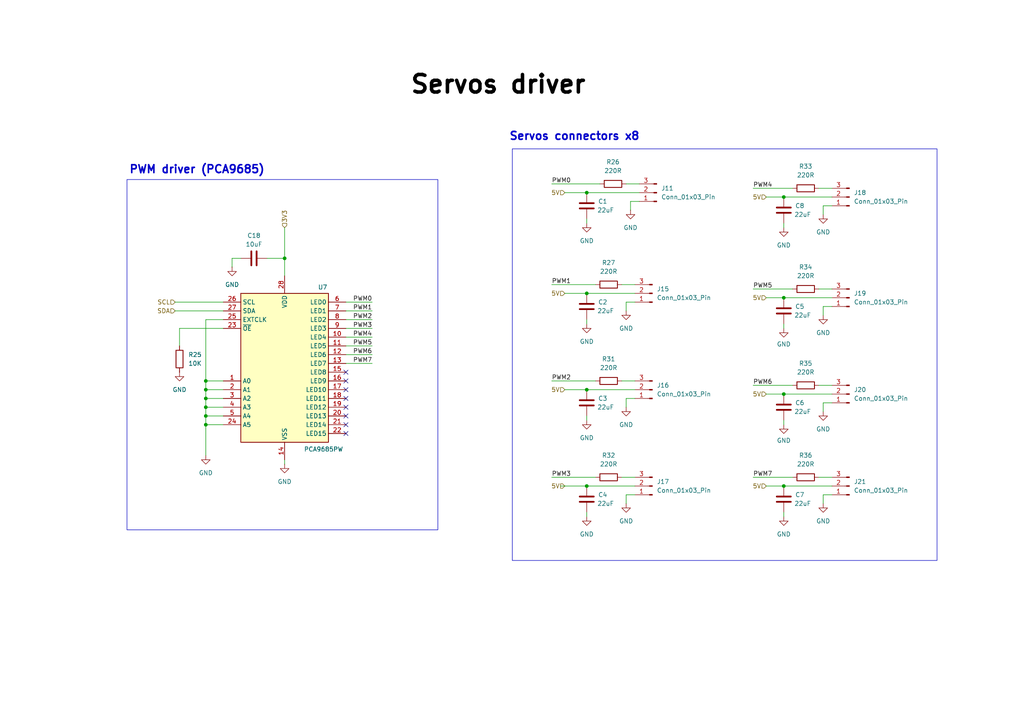
<source format=kicad_sch>
(kicad_sch
	(version 20231120)
	(generator "eeschema")
	(generator_version "8.0")
	(uuid "b7b81b5a-754b-49bb-b8a6-c497da1a856c")
	(paper "A4")
	(lib_symbols
		(symbol "Connector:Conn_01x03_Pin"
			(pin_names
				(offset 1.016) hide)
			(exclude_from_sim no)
			(in_bom yes)
			(on_board yes)
			(property "Reference" "J"
				(at 0 5.08 0)
				(effects
					(font
						(size 1.27 1.27)
					)
				)
			)
			(property "Value" "Conn_01x03_Pin"
				(at 0 -5.08 0)
				(effects
					(font
						(size 1.27 1.27)
					)
				)
			)
			(property "Footprint" ""
				(at 0 0 0)
				(effects
					(font
						(size 1.27 1.27)
					)
					(hide yes)
				)
			)
			(property "Datasheet" "~"
				(at 0 0 0)
				(effects
					(font
						(size 1.27 1.27)
					)
					(hide yes)
				)
			)
			(property "Description" "Generic connector, single row, 01x03, script generated"
				(at 0 0 0)
				(effects
					(font
						(size 1.27 1.27)
					)
					(hide yes)
				)
			)
			(property "ki_locked" ""
				(at 0 0 0)
				(effects
					(font
						(size 1.27 1.27)
					)
				)
			)
			(property "ki_keywords" "connector"
				(at 0 0 0)
				(effects
					(font
						(size 1.27 1.27)
					)
					(hide yes)
				)
			)
			(property "ki_fp_filters" "Connector*:*_1x??_*"
				(at 0 0 0)
				(effects
					(font
						(size 1.27 1.27)
					)
					(hide yes)
				)
			)
			(symbol "Conn_01x03_Pin_1_1"
				(polyline
					(pts
						(xy 1.27 -2.54) (xy 0.8636 -2.54)
					)
					(stroke
						(width 0.1524)
						(type default)
					)
					(fill
						(type none)
					)
				)
				(polyline
					(pts
						(xy 1.27 0) (xy 0.8636 0)
					)
					(stroke
						(width 0.1524)
						(type default)
					)
					(fill
						(type none)
					)
				)
				(polyline
					(pts
						(xy 1.27 2.54) (xy 0.8636 2.54)
					)
					(stroke
						(width 0.1524)
						(type default)
					)
					(fill
						(type none)
					)
				)
				(rectangle
					(start 0.8636 -2.413)
					(end 0 -2.667)
					(stroke
						(width 0.1524)
						(type default)
					)
					(fill
						(type outline)
					)
				)
				(rectangle
					(start 0.8636 0.127)
					(end 0 -0.127)
					(stroke
						(width 0.1524)
						(type default)
					)
					(fill
						(type outline)
					)
				)
				(rectangle
					(start 0.8636 2.667)
					(end 0 2.413)
					(stroke
						(width 0.1524)
						(type default)
					)
					(fill
						(type outline)
					)
				)
				(pin passive line
					(at 5.08 2.54 180)
					(length 3.81)
					(name "Pin_1"
						(effects
							(font
								(size 1.27 1.27)
							)
						)
					)
					(number "1"
						(effects
							(font
								(size 1.27 1.27)
							)
						)
					)
				)
				(pin passive line
					(at 5.08 0 180)
					(length 3.81)
					(name "Pin_2"
						(effects
							(font
								(size 1.27 1.27)
							)
						)
					)
					(number "2"
						(effects
							(font
								(size 1.27 1.27)
							)
						)
					)
				)
				(pin passive line
					(at 5.08 -2.54 180)
					(length 3.81)
					(name "Pin_3"
						(effects
							(font
								(size 1.27 1.27)
							)
						)
					)
					(number "3"
						(effects
							(font
								(size 1.27 1.27)
							)
						)
					)
				)
			)
		)
		(symbol "Device:C"
			(pin_numbers hide)
			(pin_names
				(offset 0.254)
			)
			(exclude_from_sim no)
			(in_bom yes)
			(on_board yes)
			(property "Reference" "C"
				(at 0.635 2.54 0)
				(effects
					(font
						(size 1.27 1.27)
					)
					(justify left)
				)
			)
			(property "Value" "C"
				(at 0.635 -2.54 0)
				(effects
					(font
						(size 1.27 1.27)
					)
					(justify left)
				)
			)
			(property "Footprint" ""
				(at 0.9652 -3.81 0)
				(effects
					(font
						(size 1.27 1.27)
					)
					(hide yes)
				)
			)
			(property "Datasheet" "~"
				(at 0 0 0)
				(effects
					(font
						(size 1.27 1.27)
					)
					(hide yes)
				)
			)
			(property "Description" "Unpolarized capacitor"
				(at 0 0 0)
				(effects
					(font
						(size 1.27 1.27)
					)
					(hide yes)
				)
			)
			(property "ki_keywords" "cap capacitor"
				(at 0 0 0)
				(effects
					(font
						(size 1.27 1.27)
					)
					(hide yes)
				)
			)
			(property "ki_fp_filters" "C_*"
				(at 0 0 0)
				(effects
					(font
						(size 1.27 1.27)
					)
					(hide yes)
				)
			)
			(symbol "C_0_1"
				(polyline
					(pts
						(xy -2.032 -0.762) (xy 2.032 -0.762)
					)
					(stroke
						(width 0.508)
						(type default)
					)
					(fill
						(type none)
					)
				)
				(polyline
					(pts
						(xy -2.032 0.762) (xy 2.032 0.762)
					)
					(stroke
						(width 0.508)
						(type default)
					)
					(fill
						(type none)
					)
				)
			)
			(symbol "C_1_1"
				(pin passive line
					(at 0 3.81 270)
					(length 2.794)
					(name "~"
						(effects
							(font
								(size 1.27 1.27)
							)
						)
					)
					(number "1"
						(effects
							(font
								(size 1.27 1.27)
							)
						)
					)
				)
				(pin passive line
					(at 0 -3.81 90)
					(length 2.794)
					(name "~"
						(effects
							(font
								(size 1.27 1.27)
							)
						)
					)
					(number "2"
						(effects
							(font
								(size 1.27 1.27)
							)
						)
					)
				)
			)
		)
		(symbol "Device:R"
			(pin_numbers hide)
			(pin_names
				(offset 0)
			)
			(exclude_from_sim no)
			(in_bom yes)
			(on_board yes)
			(property "Reference" "R"
				(at 2.032 0 90)
				(effects
					(font
						(size 1.27 1.27)
					)
				)
			)
			(property "Value" "R"
				(at 0 0 90)
				(effects
					(font
						(size 1.27 1.27)
					)
				)
			)
			(property "Footprint" ""
				(at -1.778 0 90)
				(effects
					(font
						(size 1.27 1.27)
					)
					(hide yes)
				)
			)
			(property "Datasheet" "~"
				(at 0 0 0)
				(effects
					(font
						(size 1.27 1.27)
					)
					(hide yes)
				)
			)
			(property "Description" "Resistor"
				(at 0 0 0)
				(effects
					(font
						(size 1.27 1.27)
					)
					(hide yes)
				)
			)
			(property "ki_keywords" "R res resistor"
				(at 0 0 0)
				(effects
					(font
						(size 1.27 1.27)
					)
					(hide yes)
				)
			)
			(property "ki_fp_filters" "R_*"
				(at 0 0 0)
				(effects
					(font
						(size 1.27 1.27)
					)
					(hide yes)
				)
			)
			(symbol "R_0_1"
				(rectangle
					(start -1.016 -2.54)
					(end 1.016 2.54)
					(stroke
						(width 0.254)
						(type default)
					)
					(fill
						(type none)
					)
				)
			)
			(symbol "R_1_1"
				(pin passive line
					(at 0 3.81 270)
					(length 1.27)
					(name "~"
						(effects
							(font
								(size 1.27 1.27)
							)
						)
					)
					(number "1"
						(effects
							(font
								(size 1.27 1.27)
							)
						)
					)
				)
				(pin passive line
					(at 0 -3.81 90)
					(length 1.27)
					(name "~"
						(effects
							(font
								(size 1.27 1.27)
							)
						)
					)
					(number "2"
						(effects
							(font
								(size 1.27 1.27)
							)
						)
					)
				)
			)
		)
		(symbol "Driver_LED:PCA9685PW"
			(exclude_from_sim no)
			(in_bom yes)
			(on_board yes)
			(property "Reference" "U"
				(at -12.7 22.225 0)
				(effects
					(font
						(size 1.27 1.27)
					)
					(justify left)
				)
			)
			(property "Value" "PCA9685PW"
				(at 1.27 22.225 0)
				(effects
					(font
						(size 1.27 1.27)
					)
					(justify left)
				)
			)
			(property "Footprint" "Package_SO:TSSOP-28_4.4x9.7mm_P0.65mm"
				(at 0.635 -24.765 0)
				(effects
					(font
						(size 1.27 1.27)
					)
					(justify left)
					(hide yes)
				)
			)
			(property "Datasheet" "http://www.nxp.com/docs/en/data-sheet/PCA9685.pdf"
				(at -10.16 17.78 0)
				(effects
					(font
						(size 1.27 1.27)
					)
					(hide yes)
				)
			)
			(property "Description" "16-channel 12-bit PWM Fm+ I2C-bus LED controller RGBA TSSOP"
				(at 0 0 0)
				(effects
					(font
						(size 1.27 1.27)
					)
					(hide yes)
				)
			)
			(property "ki_keywords" "PWM LED driver I2C TSSOP"
				(at 0 0 0)
				(effects
					(font
						(size 1.27 1.27)
					)
					(hide yes)
				)
			)
			(property "ki_fp_filters" "TSSOP*4.4x9.7mm*P0.65mm*"
				(at 0 0 0)
				(effects
					(font
						(size 1.27 1.27)
					)
					(hide yes)
				)
			)
			(symbol "PCA9685PW_0_1"
				(rectangle
					(start -12.7 20.32)
					(end 12.7 -22.86)
					(stroke
						(width 0.254)
						(type default)
					)
					(fill
						(type background)
					)
				)
			)
			(symbol "PCA9685PW_1_1"
				(pin input line
					(at -17.78 -5.08 0)
					(length 5.08)
					(name "A0"
						(effects
							(font
								(size 1.27 1.27)
							)
						)
					)
					(number "1"
						(effects
							(font
								(size 1.27 1.27)
							)
						)
					)
				)
				(pin output line
					(at 17.78 7.62 180)
					(length 5.08)
					(name "LED4"
						(effects
							(font
								(size 1.27 1.27)
							)
						)
					)
					(number "10"
						(effects
							(font
								(size 1.27 1.27)
							)
						)
					)
				)
				(pin output line
					(at 17.78 5.08 180)
					(length 5.08)
					(name "LED5"
						(effects
							(font
								(size 1.27 1.27)
							)
						)
					)
					(number "11"
						(effects
							(font
								(size 1.27 1.27)
							)
						)
					)
				)
				(pin output line
					(at 17.78 2.54 180)
					(length 5.08)
					(name "LED6"
						(effects
							(font
								(size 1.27 1.27)
							)
						)
					)
					(number "12"
						(effects
							(font
								(size 1.27 1.27)
							)
						)
					)
				)
				(pin output line
					(at 17.78 0 180)
					(length 5.08)
					(name "LED7"
						(effects
							(font
								(size 1.27 1.27)
							)
						)
					)
					(number "13"
						(effects
							(font
								(size 1.27 1.27)
							)
						)
					)
				)
				(pin power_in line
					(at 0 -27.94 90)
					(length 5.08)
					(name "VSS"
						(effects
							(font
								(size 1.27 1.27)
							)
						)
					)
					(number "14"
						(effects
							(font
								(size 1.27 1.27)
							)
						)
					)
				)
				(pin output line
					(at 17.78 -2.54 180)
					(length 5.08)
					(name "LED8"
						(effects
							(font
								(size 1.27 1.27)
							)
						)
					)
					(number "15"
						(effects
							(font
								(size 1.27 1.27)
							)
						)
					)
				)
				(pin output line
					(at 17.78 -5.08 180)
					(length 5.08)
					(name "LED9"
						(effects
							(font
								(size 1.27 1.27)
							)
						)
					)
					(number "16"
						(effects
							(font
								(size 1.27 1.27)
							)
						)
					)
				)
				(pin output line
					(at 17.78 -7.62 180)
					(length 5.08)
					(name "LED10"
						(effects
							(font
								(size 1.27 1.27)
							)
						)
					)
					(number "17"
						(effects
							(font
								(size 1.27 1.27)
							)
						)
					)
				)
				(pin output line
					(at 17.78 -10.16 180)
					(length 5.08)
					(name "LED11"
						(effects
							(font
								(size 1.27 1.27)
							)
						)
					)
					(number "18"
						(effects
							(font
								(size 1.27 1.27)
							)
						)
					)
				)
				(pin output line
					(at 17.78 -12.7 180)
					(length 5.08)
					(name "LED12"
						(effects
							(font
								(size 1.27 1.27)
							)
						)
					)
					(number "19"
						(effects
							(font
								(size 1.27 1.27)
							)
						)
					)
				)
				(pin input line
					(at -17.78 -7.62 0)
					(length 5.08)
					(name "A1"
						(effects
							(font
								(size 1.27 1.27)
							)
						)
					)
					(number "2"
						(effects
							(font
								(size 1.27 1.27)
							)
						)
					)
				)
				(pin output line
					(at 17.78 -15.24 180)
					(length 5.08)
					(name "LED13"
						(effects
							(font
								(size 1.27 1.27)
							)
						)
					)
					(number "20"
						(effects
							(font
								(size 1.27 1.27)
							)
						)
					)
				)
				(pin output line
					(at 17.78 -17.78 180)
					(length 5.08)
					(name "LED14"
						(effects
							(font
								(size 1.27 1.27)
							)
						)
					)
					(number "21"
						(effects
							(font
								(size 1.27 1.27)
							)
						)
					)
				)
				(pin output line
					(at 17.78 -20.32 180)
					(length 5.08)
					(name "LED15"
						(effects
							(font
								(size 1.27 1.27)
							)
						)
					)
					(number "22"
						(effects
							(font
								(size 1.27 1.27)
							)
						)
					)
				)
				(pin input line
					(at -17.78 10.16 0)
					(length 5.08)
					(name "~{OE}"
						(effects
							(font
								(size 1.27 1.27)
							)
						)
					)
					(number "23"
						(effects
							(font
								(size 1.27 1.27)
							)
						)
					)
				)
				(pin input line
					(at -17.78 -17.78 0)
					(length 5.08)
					(name "A5"
						(effects
							(font
								(size 1.27 1.27)
							)
						)
					)
					(number "24"
						(effects
							(font
								(size 1.27 1.27)
							)
						)
					)
				)
				(pin input line
					(at -17.78 12.7 0)
					(length 5.08)
					(name "EXTCLK"
						(effects
							(font
								(size 1.27 1.27)
							)
						)
					)
					(number "25"
						(effects
							(font
								(size 1.27 1.27)
							)
						)
					)
				)
				(pin input line
					(at -17.78 17.78 0)
					(length 5.08)
					(name "SCL"
						(effects
							(font
								(size 1.27 1.27)
							)
						)
					)
					(number "26"
						(effects
							(font
								(size 1.27 1.27)
							)
						)
					)
				)
				(pin bidirectional line
					(at -17.78 15.24 0)
					(length 5.08)
					(name "SDA"
						(effects
							(font
								(size 1.27 1.27)
							)
						)
					)
					(number "27"
						(effects
							(font
								(size 1.27 1.27)
							)
						)
					)
				)
				(pin power_in line
					(at 0 25.4 270)
					(length 5.08)
					(name "VDD"
						(effects
							(font
								(size 1.27 1.27)
							)
						)
					)
					(number "28"
						(effects
							(font
								(size 1.27 1.27)
							)
						)
					)
				)
				(pin input line
					(at -17.78 -10.16 0)
					(length 5.08)
					(name "A2"
						(effects
							(font
								(size 1.27 1.27)
							)
						)
					)
					(number "3"
						(effects
							(font
								(size 1.27 1.27)
							)
						)
					)
				)
				(pin input line
					(at -17.78 -12.7 0)
					(length 5.08)
					(name "A3"
						(effects
							(font
								(size 1.27 1.27)
							)
						)
					)
					(number "4"
						(effects
							(font
								(size 1.27 1.27)
							)
						)
					)
				)
				(pin input line
					(at -17.78 -15.24 0)
					(length 5.08)
					(name "A4"
						(effects
							(font
								(size 1.27 1.27)
							)
						)
					)
					(number "5"
						(effects
							(font
								(size 1.27 1.27)
							)
						)
					)
				)
				(pin output line
					(at 17.78 17.78 180)
					(length 5.08)
					(name "LED0"
						(effects
							(font
								(size 1.27 1.27)
							)
						)
					)
					(number "6"
						(effects
							(font
								(size 1.27 1.27)
							)
						)
					)
				)
				(pin output line
					(at 17.78 15.24 180)
					(length 5.08)
					(name "LED1"
						(effects
							(font
								(size 1.27 1.27)
							)
						)
					)
					(number "7"
						(effects
							(font
								(size 1.27 1.27)
							)
						)
					)
				)
				(pin output line
					(at 17.78 12.7 180)
					(length 5.08)
					(name "LED2"
						(effects
							(font
								(size 1.27 1.27)
							)
						)
					)
					(number "8"
						(effects
							(font
								(size 1.27 1.27)
							)
						)
					)
				)
				(pin output line
					(at 17.78 10.16 180)
					(length 5.08)
					(name "LED3"
						(effects
							(font
								(size 1.27 1.27)
							)
						)
					)
					(number "9"
						(effects
							(font
								(size 1.27 1.27)
							)
						)
					)
				)
			)
		)
		(symbol "power:GND"
			(power)
			(pin_numbers hide)
			(pin_names
				(offset 0) hide)
			(exclude_from_sim no)
			(in_bom yes)
			(on_board yes)
			(property "Reference" "#PWR"
				(at 0 -6.35 0)
				(effects
					(font
						(size 1.27 1.27)
					)
					(hide yes)
				)
			)
			(property "Value" "GND"
				(at 0 -3.81 0)
				(effects
					(font
						(size 1.27 1.27)
					)
				)
			)
			(property "Footprint" ""
				(at 0 0 0)
				(effects
					(font
						(size 1.27 1.27)
					)
					(hide yes)
				)
			)
			(property "Datasheet" ""
				(at 0 0 0)
				(effects
					(font
						(size 1.27 1.27)
					)
					(hide yes)
				)
			)
			(property "Description" "Power symbol creates a global label with name \"GND\" , ground"
				(at 0 0 0)
				(effects
					(font
						(size 1.27 1.27)
					)
					(hide yes)
				)
			)
			(property "ki_keywords" "global power"
				(at 0 0 0)
				(effects
					(font
						(size 1.27 1.27)
					)
					(hide yes)
				)
			)
			(symbol "GND_0_1"
				(polyline
					(pts
						(xy 0 0) (xy 0 -1.27) (xy 1.27 -1.27) (xy 0 -2.54) (xy -1.27 -1.27) (xy 0 -1.27)
					)
					(stroke
						(width 0)
						(type default)
					)
					(fill
						(type none)
					)
				)
			)
			(symbol "GND_1_1"
				(pin power_in line
					(at 0 0 270)
					(length 0)
					(name "~"
						(effects
							(font
								(size 1.27 1.27)
							)
						)
					)
					(number "1"
						(effects
							(font
								(size 1.27 1.27)
							)
						)
					)
				)
			)
		)
	)
	(junction
		(at 170.18 140.97)
		(diameter 0)
		(color 0 0 0 0)
		(uuid "1d25534d-669f-4b9e-972f-ea3aa32d3944")
	)
	(junction
		(at 170.18 85.09)
		(diameter 0)
		(color 0 0 0 0)
		(uuid "2ec0fad6-a6c8-4793-b437-25bc9f2faba0")
	)
	(junction
		(at 82.55 74.93)
		(diameter 0)
		(color 0 0 0 0)
		(uuid "3e2a85dd-97f1-405d-923d-95c2e17236ea")
	)
	(junction
		(at 59.69 113.03)
		(diameter 0)
		(color 0 0 0 0)
		(uuid "616a9bca-2aa1-4185-9320-d6732efa07a9")
	)
	(junction
		(at 170.18 55.88)
		(diameter 0)
		(color 0 0 0 0)
		(uuid "64de1dae-7fe9-4ba7-8a2c-b08b2e63163e")
	)
	(junction
		(at 227.33 114.3)
		(diameter 0)
		(color 0 0 0 0)
		(uuid "716d9731-092a-467e-98d7-5d937ccb8d84")
	)
	(junction
		(at 59.69 110.49)
		(diameter 0)
		(color 0 0 0 0)
		(uuid "76aab154-adb8-45fc-b85a-45181362b21e")
	)
	(junction
		(at 227.33 86.36)
		(diameter 0)
		(color 0 0 0 0)
		(uuid "7ac61ba1-a80e-48a5-8f57-37cb3c8508ff")
	)
	(junction
		(at 59.69 115.57)
		(diameter 0)
		(color 0 0 0 0)
		(uuid "82e1f838-10c4-466c-8d29-9850a1a50c8c")
	)
	(junction
		(at 59.69 120.65)
		(diameter 0)
		(color 0 0 0 0)
		(uuid "96a22617-e33e-4dc4-8333-f119f9666128")
	)
	(junction
		(at 59.69 118.11)
		(diameter 0)
		(color 0 0 0 0)
		(uuid "9e278919-bb63-41ac-a7de-c8304ec56ae6")
	)
	(junction
		(at 170.18 113.03)
		(diameter 0)
		(color 0 0 0 0)
		(uuid "a1cf48a3-7fb6-4461-acae-a4561c94c718")
	)
	(junction
		(at 227.33 140.97)
		(diameter 0)
		(color 0 0 0 0)
		(uuid "a55d7958-37db-436b-9967-9cde2eca9714")
	)
	(junction
		(at 227.33 57.15)
		(diameter 0)
		(color 0 0 0 0)
		(uuid "b682ca48-db43-4464-8ed4-03f62ac26b87")
	)
	(junction
		(at 59.69 123.19)
		(diameter 0)
		(color 0 0 0 0)
		(uuid "eb43f1c0-ff79-45e9-8d09-33da036d514c")
	)
	(no_connect
		(at 100.33 115.57)
		(uuid "29fcef91-7c77-4274-853a-aa0cbc9b9cb3")
	)
	(no_connect
		(at 100.33 110.49)
		(uuid "2f097d32-b3f6-4506-b3ff-7f750cd2b71f")
	)
	(no_connect
		(at 100.33 118.11)
		(uuid "2f1f1b86-5dca-48d3-8979-ba0b44ac01ad")
	)
	(no_connect
		(at 100.33 123.19)
		(uuid "54d3eeb3-de6b-463d-9378-078f7ae40420")
	)
	(no_connect
		(at 100.33 120.65)
		(uuid "6a2f2308-96f2-4596-8f37-b0357fa70a9d")
	)
	(no_connect
		(at 100.33 107.95)
		(uuid "a9664771-f801-400d-a858-01ab3270bc77")
	)
	(no_connect
		(at 100.33 125.73)
		(uuid "ac13404e-4475-443a-bace-ce6ddcd7f0e4")
	)
	(no_connect
		(at 100.33 113.03)
		(uuid "ae318792-6cf7-4ea8-9e1e-18d563cc08c7")
	)
	(wire
		(pts
			(xy 100.33 95.25) (xy 107.95 95.25)
		)
		(stroke
			(width 0)
			(type default)
		)
		(uuid "03ad9aac-b884-4410-9b22-39461f67e3e9")
	)
	(wire
		(pts
			(xy 82.55 133.35) (xy 82.55 134.62)
		)
		(stroke
			(width 0)
			(type default)
		)
		(uuid "08378dd4-aaf0-4f1b-87af-7e9bd4bdc9b6")
	)
	(wire
		(pts
			(xy 100.33 87.63) (xy 107.95 87.63)
		)
		(stroke
			(width 0)
			(type default)
		)
		(uuid "0ec97790-5302-4f8a-94aa-531fe3af0d00")
	)
	(wire
		(pts
			(xy 59.69 113.03) (xy 64.77 113.03)
		)
		(stroke
			(width 0)
			(type default)
		)
		(uuid "105a7d23-94a2-4a16-b78d-e8d99c9ea2bc")
	)
	(wire
		(pts
			(xy 180.34 110.49) (xy 184.15 110.49)
		)
		(stroke
			(width 0)
			(type default)
		)
		(uuid "14a8dd05-cfa7-4025-a604-3fc64bbe29f7")
	)
	(wire
		(pts
			(xy 69.85 74.93) (xy 67.31 74.93)
		)
		(stroke
			(width 0)
			(type default)
		)
		(uuid "18439936-4913-4c19-aabe-ad2be11f502d")
	)
	(wire
		(pts
			(xy 218.44 138.43) (xy 229.87 138.43)
		)
		(stroke
			(width 0)
			(type default)
		)
		(uuid "1b70e444-104e-4621-9b52-a6eeb2e7ecd1")
	)
	(wire
		(pts
			(xy 222.25 86.36) (xy 227.33 86.36)
		)
		(stroke
			(width 0)
			(type default)
		)
		(uuid "1cdcd200-d6ef-4af2-9125-2e4e828ee3f3")
	)
	(wire
		(pts
			(xy 162.56 140.97) (xy 170.18 140.97)
		)
		(stroke
			(width 0)
			(type default)
		)
		(uuid "1dc3bfdc-7660-4fdf-9398-7f58eda90b0d")
	)
	(wire
		(pts
			(xy 170.18 148.59) (xy 170.18 149.86)
		)
		(stroke
			(width 0)
			(type default)
		)
		(uuid "1e8551c0-1c19-4515-bbdd-e109fd9ea4c9")
	)
	(wire
		(pts
			(xy 163.83 113.03) (xy 170.18 113.03)
		)
		(stroke
			(width 0)
			(type default)
		)
		(uuid "22b42568-5931-4b95-bd82-ba8e3a737301")
	)
	(wire
		(pts
			(xy 170.18 120.65) (xy 170.18 121.92)
		)
		(stroke
			(width 0)
			(type default)
		)
		(uuid "27f475e6-df81-493e-909b-b0e63d789a6c")
	)
	(wire
		(pts
			(xy 227.33 140.97) (xy 241.3 140.97)
		)
		(stroke
			(width 0)
			(type default)
		)
		(uuid "28868954-0579-4455-86ed-9e2ee8a5d086")
	)
	(wire
		(pts
			(xy 163.83 85.09) (xy 170.18 85.09)
		)
		(stroke
			(width 0)
			(type default)
		)
		(uuid "29b2693d-69f5-4fce-b1d9-72aa08b61035")
	)
	(wire
		(pts
			(xy 170.18 113.03) (xy 184.15 113.03)
		)
		(stroke
			(width 0)
			(type default)
		)
		(uuid "2b974ad5-4b58-4172-9e6c-ae9eb854c173")
	)
	(wire
		(pts
			(xy 67.31 74.93) (xy 67.31 77.47)
		)
		(stroke
			(width 0)
			(type default)
		)
		(uuid "2ce3f800-5941-47e9-87e5-074b9551192c")
	)
	(wire
		(pts
			(xy 222.25 57.15) (xy 227.33 57.15)
		)
		(stroke
			(width 0)
			(type default)
		)
		(uuid "2d86dddc-ee57-4518-9154-e2034a3d4d3a")
	)
	(wire
		(pts
			(xy 59.69 120.65) (xy 59.69 123.19)
		)
		(stroke
			(width 0)
			(type default)
		)
		(uuid "3025de54-71d7-4f1f-9ad6-3036abb51f2e")
	)
	(wire
		(pts
			(xy 100.33 92.71) (xy 107.95 92.71)
		)
		(stroke
			(width 0)
			(type default)
		)
		(uuid "3bbcd38c-e017-41f8-bb4e-f8a8f46ba79e")
	)
	(wire
		(pts
			(xy 227.33 86.36) (xy 241.3 86.36)
		)
		(stroke
			(width 0)
			(type default)
		)
		(uuid "3bf7321d-bf27-4adc-acc2-41d2d0314d0d")
	)
	(wire
		(pts
			(xy 181.61 143.51) (xy 181.61 146.05)
		)
		(stroke
			(width 0)
			(type default)
		)
		(uuid "3d30b8b6-6cc8-494b-82d7-1dc7422d1ff4")
	)
	(wire
		(pts
			(xy 50.8 90.17) (xy 64.77 90.17)
		)
		(stroke
			(width 0)
			(type default)
		)
		(uuid "41d3bfb4-c312-41a1-ae07-707d7fc7d11f")
	)
	(wire
		(pts
			(xy 160.02 138.43) (xy 172.72 138.43)
		)
		(stroke
			(width 0)
			(type default)
		)
		(uuid "440735dd-f2ed-46a5-9b5a-54cff3c459ff")
	)
	(wire
		(pts
			(xy 218.44 83.82) (xy 229.87 83.82)
		)
		(stroke
			(width 0)
			(type default)
		)
		(uuid "44113f37-9479-468c-bdd5-ac1d1648b5de")
	)
	(wire
		(pts
			(xy 160.02 110.49) (xy 172.72 110.49)
		)
		(stroke
			(width 0)
			(type default)
		)
		(uuid "469ae7a2-c467-445c-b3f1-2455f291dcdc")
	)
	(wire
		(pts
			(xy 100.33 90.17) (xy 107.95 90.17)
		)
		(stroke
			(width 0)
			(type default)
		)
		(uuid "498e7dec-a606-4137-a4fc-c48f8bc02c3d")
	)
	(wire
		(pts
			(xy 184.15 143.51) (xy 181.61 143.51)
		)
		(stroke
			(width 0)
			(type default)
		)
		(uuid "4dfb3830-e12a-4748-902e-54a43b85498f")
	)
	(wire
		(pts
			(xy 218.44 111.76) (xy 229.87 111.76)
		)
		(stroke
			(width 0)
			(type default)
		)
		(uuid "5a61d2c3-a973-45de-b6cf-b62b4435f3be")
	)
	(wire
		(pts
			(xy 184.15 87.63) (xy 181.61 87.63)
		)
		(stroke
			(width 0)
			(type default)
		)
		(uuid "612f4081-7e6d-4785-bf4d-4cace03cfe34")
	)
	(wire
		(pts
			(xy 170.18 92.71) (xy 170.18 93.98)
		)
		(stroke
			(width 0)
			(type default)
		)
		(uuid "616dbfe2-62c7-4c49-803c-32422c24e95f")
	)
	(wire
		(pts
			(xy 227.33 121.92) (xy 227.33 123.19)
		)
		(stroke
			(width 0)
			(type default)
		)
		(uuid "61f4bdbd-63df-4ef2-a7f6-808307262daf")
	)
	(wire
		(pts
			(xy 241.3 88.9) (xy 238.76 88.9)
		)
		(stroke
			(width 0)
			(type default)
		)
		(uuid "670ffdf5-2c7f-4697-82af-66986c3c2bde")
	)
	(wire
		(pts
			(xy 182.88 58.42) (xy 182.88 60.96)
		)
		(stroke
			(width 0)
			(type default)
		)
		(uuid "68dd8b3a-99ad-489f-9b2c-3d9981c1c24a")
	)
	(wire
		(pts
			(xy 227.33 148.59) (xy 227.33 149.86)
		)
		(stroke
			(width 0)
			(type default)
		)
		(uuid "6c3de18e-adce-427a-818e-9e1522444670")
	)
	(wire
		(pts
			(xy 59.69 123.19) (xy 59.69 132.08)
		)
		(stroke
			(width 0)
			(type default)
		)
		(uuid "71ded5b7-c16c-4f2d-8e4c-e1867a4d272b")
	)
	(wire
		(pts
			(xy 238.76 116.84) (xy 238.76 119.38)
		)
		(stroke
			(width 0)
			(type default)
		)
		(uuid "74926675-8acb-4f94-8605-ded88a992730")
	)
	(wire
		(pts
			(xy 237.49 111.76) (xy 241.3 111.76)
		)
		(stroke
			(width 0)
			(type default)
		)
		(uuid "778e3ed6-29a4-4e9c-a11b-e3b9f36b2a9e")
	)
	(wire
		(pts
			(xy 180.34 82.55) (xy 184.15 82.55)
		)
		(stroke
			(width 0)
			(type default)
		)
		(uuid "78d9891d-6460-4215-8d85-74bbbe1d3500")
	)
	(wire
		(pts
			(xy 222.25 114.3) (xy 227.33 114.3)
		)
		(stroke
			(width 0)
			(type default)
		)
		(uuid "79c884c9-1364-44d9-95c7-ee201b0134e4")
	)
	(wire
		(pts
			(xy 181.61 115.57) (xy 181.61 118.11)
		)
		(stroke
			(width 0)
			(type default)
		)
		(uuid "7b28f626-39a8-4713-9b6e-506ab92591c5")
	)
	(wire
		(pts
			(xy 241.3 143.51) (xy 238.76 143.51)
		)
		(stroke
			(width 0)
			(type default)
		)
		(uuid "7bb3a785-e95c-47b3-88c5-cd139a5e5887")
	)
	(wire
		(pts
			(xy 181.61 87.63) (xy 181.61 90.17)
		)
		(stroke
			(width 0)
			(type default)
		)
		(uuid "7d23686b-f88d-47ca-a6a1-49aa3dfb85ff")
	)
	(wire
		(pts
			(xy 237.49 54.61) (xy 241.3 54.61)
		)
		(stroke
			(width 0)
			(type default)
		)
		(uuid "7e96390b-720d-43a1-9343-fe68c1782ca3")
	)
	(wire
		(pts
			(xy 77.47 74.93) (xy 82.55 74.93)
		)
		(stroke
			(width 0)
			(type default)
		)
		(uuid "81695ac1-f7fc-4c14-9142-06fee6053662")
	)
	(wire
		(pts
			(xy 82.55 66.04) (xy 82.55 74.93)
		)
		(stroke
			(width 0)
			(type default)
		)
		(uuid "8292c2a6-8b89-4866-b2bf-b4bd72ff346f")
	)
	(wire
		(pts
			(xy 237.49 138.43) (xy 241.3 138.43)
		)
		(stroke
			(width 0)
			(type default)
		)
		(uuid "8386f023-951b-43e9-93e2-0027806f9be3")
	)
	(wire
		(pts
			(xy 170.18 63.5) (xy 170.18 64.77)
		)
		(stroke
			(width 0)
			(type default)
		)
		(uuid "854f50c0-d852-481b-81f8-f116ba73bfba")
	)
	(wire
		(pts
			(xy 100.33 100.33) (xy 107.95 100.33)
		)
		(stroke
			(width 0)
			(type default)
		)
		(uuid "88ea1cf3-3665-4f9e-84ae-cb21a19beddf")
	)
	(wire
		(pts
			(xy 59.69 123.19) (xy 64.77 123.19)
		)
		(stroke
			(width 0)
			(type default)
		)
		(uuid "8a37454f-1f65-4caf-8391-069841fd5fc9")
	)
	(wire
		(pts
			(xy 170.18 140.97) (xy 184.15 140.97)
		)
		(stroke
			(width 0)
			(type default)
		)
		(uuid "8dac9ea0-cae9-4ce3-84e9-17294c1755be")
	)
	(wire
		(pts
			(xy 59.69 110.49) (xy 59.69 113.03)
		)
		(stroke
			(width 0)
			(type default)
		)
		(uuid "9053fc6a-3ab1-46b3-bb3a-da0533c9b259")
	)
	(wire
		(pts
			(xy 184.15 115.57) (xy 181.61 115.57)
		)
		(stroke
			(width 0)
			(type default)
		)
		(uuid "914c8a29-78ec-4855-90f0-089b2b6e319c")
	)
	(wire
		(pts
			(xy 59.69 120.65) (xy 64.77 120.65)
		)
		(stroke
			(width 0)
			(type default)
		)
		(uuid "958cb010-2d3a-4414-9670-97773cbb451b")
	)
	(wire
		(pts
			(xy 160.02 82.55) (xy 172.72 82.55)
		)
		(stroke
			(width 0)
			(type default)
		)
		(uuid "9bd224f0-ed56-4634-ac2e-670e2ccda41f")
	)
	(wire
		(pts
			(xy 52.07 95.25) (xy 64.77 95.25)
		)
		(stroke
			(width 0)
			(type default)
		)
		(uuid "9cd155c3-0132-4b86-aed4-a28fd594493c")
	)
	(wire
		(pts
			(xy 59.69 113.03) (xy 59.69 115.57)
		)
		(stroke
			(width 0)
			(type default)
		)
		(uuid "9fb724a2-5b59-4326-8b81-dc0d475c7f28")
	)
	(wire
		(pts
			(xy 241.3 59.69) (xy 238.76 59.69)
		)
		(stroke
			(width 0)
			(type default)
		)
		(uuid "a4d43b83-add8-4f18-a025-523b96ee04d2")
	)
	(wire
		(pts
			(xy 64.77 118.11) (xy 59.69 118.11)
		)
		(stroke
			(width 0)
			(type default)
		)
		(uuid "a8b70653-0c75-46ee-b808-1830e3ea1cfe")
	)
	(wire
		(pts
			(xy 64.77 110.49) (xy 59.69 110.49)
		)
		(stroke
			(width 0)
			(type default)
		)
		(uuid "aa02b858-4470-463f-b2f1-dcd7d6b24c0f")
	)
	(wire
		(pts
			(xy 82.55 74.93) (xy 82.55 80.01)
		)
		(stroke
			(width 0)
			(type default)
		)
		(uuid "ae3d4b66-3dc9-4f23-ba97-7677588cc960")
	)
	(wire
		(pts
			(xy 237.49 83.82) (xy 241.3 83.82)
		)
		(stroke
			(width 0)
			(type default)
		)
		(uuid "b18ba317-8fb2-4b54-a637-e54f91f73d2e")
	)
	(wire
		(pts
			(xy 227.33 114.3) (xy 241.3 114.3)
		)
		(stroke
			(width 0)
			(type default)
		)
		(uuid "b2143428-3f65-4d21-bd50-98830580f952")
	)
	(wire
		(pts
			(xy 50.8 87.63) (xy 64.77 87.63)
		)
		(stroke
			(width 0)
			(type default)
		)
		(uuid "b850eb33-36e8-483c-89a5-9c9eefdf3580")
	)
	(wire
		(pts
			(xy 238.76 143.51) (xy 238.76 146.05)
		)
		(stroke
			(width 0)
			(type default)
		)
		(uuid "bdbf02f7-5c8f-492f-9e00-f297cc3e8dae")
	)
	(wire
		(pts
			(xy 185.42 58.42) (xy 182.88 58.42)
		)
		(stroke
			(width 0)
			(type default)
		)
		(uuid "be52b677-063f-4493-849b-fd71e411aa92")
	)
	(wire
		(pts
			(xy 170.18 85.09) (xy 184.15 85.09)
		)
		(stroke
			(width 0)
			(type default)
		)
		(uuid "c1d455af-03ac-4995-8482-8a01da86e433")
	)
	(wire
		(pts
			(xy 59.69 115.57) (xy 64.77 115.57)
		)
		(stroke
			(width 0)
			(type default)
		)
		(uuid "c34bbd22-51b5-44d1-963c-da0232544a8c")
	)
	(wire
		(pts
			(xy 163.83 55.88) (xy 170.18 55.88)
		)
		(stroke
			(width 0)
			(type default)
		)
		(uuid "ca5685fd-b54d-4ee1-bd1c-daf6ea3d7ab0")
	)
	(wire
		(pts
			(xy 100.33 97.79) (xy 107.95 97.79)
		)
		(stroke
			(width 0)
			(type default)
		)
		(uuid "cc8a0cf9-58b3-4925-9154-b720523cd358")
	)
	(wire
		(pts
			(xy 64.77 92.71) (xy 59.69 92.71)
		)
		(stroke
			(width 0)
			(type default)
		)
		(uuid "d164d6e5-39ac-493d-ae2c-70048c45a84e")
	)
	(wire
		(pts
			(xy 59.69 92.71) (xy 59.69 110.49)
		)
		(stroke
			(width 0)
			(type default)
		)
		(uuid "d41465a5-d1bc-4814-a3ba-23e46506d136")
	)
	(wire
		(pts
			(xy 100.33 102.87) (xy 107.95 102.87)
		)
		(stroke
			(width 0)
			(type default)
		)
		(uuid "d54179dc-dd4a-4370-baa3-155d69911ac4")
	)
	(wire
		(pts
			(xy 227.33 57.15) (xy 241.3 57.15)
		)
		(stroke
			(width 0)
			(type default)
		)
		(uuid "d84b4003-b47d-4fa8-a92b-a695636d21d9")
	)
	(wire
		(pts
			(xy 238.76 88.9) (xy 238.76 91.44)
		)
		(stroke
			(width 0)
			(type default)
		)
		(uuid "d88079fb-c0aa-41aa-96cc-906d0e61b257")
	)
	(wire
		(pts
			(xy 227.33 64.77) (xy 227.33 66.04)
		)
		(stroke
			(width 0)
			(type default)
		)
		(uuid "dd9c48b0-c41e-4163-b2ad-186dd513c708")
	)
	(wire
		(pts
			(xy 181.61 53.34) (xy 185.42 53.34)
		)
		(stroke
			(width 0)
			(type default)
		)
		(uuid "e1027edd-14b4-4c46-9932-33cac4a6ce7b")
	)
	(wire
		(pts
			(xy 59.69 118.11) (xy 59.69 120.65)
		)
		(stroke
			(width 0)
			(type default)
		)
		(uuid "e4b842cb-a656-4e82-b7ec-09e13e282661")
	)
	(wire
		(pts
			(xy 52.07 95.25) (xy 52.07 100.33)
		)
		(stroke
			(width 0)
			(type default)
		)
		(uuid "e644d2fa-63c3-4af4-b01f-b1b6ce78369c")
	)
	(wire
		(pts
			(xy 241.3 116.84) (xy 238.76 116.84)
		)
		(stroke
			(width 0)
			(type default)
		)
		(uuid "e67700f5-de47-4b2c-a0f4-1c51e6c11505")
	)
	(wire
		(pts
			(xy 59.69 115.57) (xy 59.69 118.11)
		)
		(stroke
			(width 0)
			(type default)
		)
		(uuid "e82034b1-00ba-4f5c-974c-c3b1398f3396")
	)
	(wire
		(pts
			(xy 180.34 138.43) (xy 184.15 138.43)
		)
		(stroke
			(width 0)
			(type default)
		)
		(uuid "eb53bdf2-f684-479f-aadc-c1e233cf38fa")
	)
	(wire
		(pts
			(xy 222.25 140.97) (xy 227.33 140.97)
		)
		(stroke
			(width 0)
			(type default)
		)
		(uuid "ee3a0b35-604f-46d6-acd0-decd704ea1bf")
	)
	(wire
		(pts
			(xy 160.02 53.34) (xy 173.99 53.34)
		)
		(stroke
			(width 0)
			(type default)
		)
		(uuid "ef0aed3c-bebb-48c6-b6eb-bd419ea79068")
	)
	(wire
		(pts
			(xy 227.33 93.98) (xy 227.33 95.25)
		)
		(stroke
			(width 0)
			(type default)
		)
		(uuid "f2c63136-39a8-4e38-8f8b-ecab65f93782")
	)
	(wire
		(pts
			(xy 238.76 59.69) (xy 238.76 62.23)
		)
		(stroke
			(width 0)
			(type default)
		)
		(uuid "f3ee9e82-4c6b-4953-8005-6691d4cf9d5c")
	)
	(wire
		(pts
			(xy 218.44 54.61) (xy 229.87 54.61)
		)
		(stroke
			(width 0)
			(type default)
		)
		(uuid "f496fcd8-3174-4720-bbcd-87d79a8d1974")
	)
	(wire
		(pts
			(xy 100.33 105.41) (xy 107.95 105.41)
		)
		(stroke
			(width 0)
			(type default)
		)
		(uuid "f835bbf9-a529-4687-8386-b4246401e787")
	)
	(wire
		(pts
			(xy 170.18 55.88) (xy 185.42 55.88)
		)
		(stroke
			(width 0)
			(type default)
		)
		(uuid "fc0a3fb1-9e9d-4f67-aad3-ba0d4d363374")
	)
	(rectangle
		(start 148.59 43.18)
		(end 271.78 162.56)
		(stroke
			(width 0)
			(type default)
		)
		(fill
			(type none)
		)
		(uuid 82f98c9e-3d35-41f6-9537-0b9e115ffaed)
	)
	(rectangle
		(start 36.83 52.07)
		(end 127 153.67)
		(stroke
			(width 0)
			(type default)
		)
		(fill
			(type none)
		)
		(uuid bfa896af-eda8-42d0-a4fb-769a2d151080)
	)
	(text "Servos driver"
		(exclude_from_sim no)
		(at 144.526 24.638 0)
		(effects
			(font
				(size 5.08 5.08)
				(thickness 1.016)
				(bold yes)
				(color 0 0 0 1)
			)
		)
		(uuid "1d31521b-57c1-489b-9aad-48061c92456b")
	)
	(text "Servos connectors x8"
		(exclude_from_sim no)
		(at 166.624 39.624 0)
		(effects
			(font
				(size 2.286 2.286)
				(bold yes)
			)
		)
		(uuid "2090d794-0770-429e-94a7-b2e4301035f8")
	)
	(text "PWM driver (PCA9685)"
		(exclude_from_sim no)
		(at 57.15 49.276 0)
		(effects
			(font
				(size 2.286 2.286)
				(bold yes)
			)
		)
		(uuid "4ac7cb03-71f2-48ee-af58-c3849a38cb1d")
	)
	(label "PWM4"
		(at 107.95 97.79 180)
		(fields_autoplaced yes)
		(effects
			(font
				(size 1.27 1.27)
			)
			(justify right bottom)
		)
		(uuid "0e64188d-704f-4357-a41e-5ef193d4e007")
	)
	(label "PWM7"
		(at 107.95 105.41 180)
		(fields_autoplaced yes)
		(effects
			(font
				(size 1.27 1.27)
			)
			(justify right bottom)
		)
		(uuid "1a568264-0db0-4a43-bfcc-5575b1eded83")
	)
	(label "PWM6"
		(at 218.44 111.76 0)
		(fields_autoplaced yes)
		(effects
			(font
				(size 1.27 1.27)
			)
			(justify left bottom)
		)
		(uuid "22486ba2-047b-49c7-b4e9-b0ac5fc4d5eb")
	)
	(label "PWM2"
		(at 107.95 92.71 180)
		(fields_autoplaced yes)
		(effects
			(font
				(size 1.27 1.27)
			)
			(justify right bottom)
		)
		(uuid "37ce33eb-fdfe-4530-b3af-1bd9e5783642")
	)
	(label "PWM1"
		(at 160.02 82.55 0)
		(fields_autoplaced yes)
		(effects
			(font
				(size 1.27 1.27)
			)
			(justify left bottom)
		)
		(uuid "4b02ad6b-bf2b-4ccb-b36d-768c35f196d9")
	)
	(label "PWM4"
		(at 218.44 54.61 0)
		(fields_autoplaced yes)
		(effects
			(font
				(size 1.27 1.27)
			)
			(justify left bottom)
		)
		(uuid "563dc44e-1218-4152-9222-132c2cae2dcb")
	)
	(label "PWM0"
		(at 160.02 53.34 0)
		(fields_autoplaced yes)
		(effects
			(font
				(size 1.27 1.27)
			)
			(justify left bottom)
		)
		(uuid "56e18008-a8da-4b0b-96c4-5085e97ba16d")
	)
	(label "PWM1"
		(at 107.95 90.17 180)
		(fields_autoplaced yes)
		(effects
			(font
				(size 1.27 1.27)
			)
			(justify right bottom)
		)
		(uuid "61fc2625-5691-40e5-a02a-52b2c4bfff36")
	)
	(label "PWM5"
		(at 218.44 83.82 0)
		(fields_autoplaced yes)
		(effects
			(font
				(size 1.27 1.27)
			)
			(justify left bottom)
		)
		(uuid "66a97e47-1263-4285-85f5-9a0c236822f4")
	)
	(label "PWM3"
		(at 160.02 138.43 0)
		(fields_autoplaced yes)
		(effects
			(font
				(size 1.27 1.27)
			)
			(justify left bottom)
		)
		(uuid "695590d5-29a0-4ba3-8f10-e697498f228e")
	)
	(label "PWM3"
		(at 107.95 95.25 180)
		(fields_autoplaced yes)
		(effects
			(font
				(size 1.27 1.27)
			)
			(justify right bottom)
		)
		(uuid "856a0dfc-a154-404f-978d-80b526451b35")
	)
	(label "PWM6"
		(at 107.95 102.87 180)
		(fields_autoplaced yes)
		(effects
			(font
				(size 1.27 1.27)
			)
			(justify right bottom)
		)
		(uuid "9fbe9545-102b-4319-a783-f577036cb507")
	)
	(label "PWM5"
		(at 107.95 100.33 180)
		(fields_autoplaced yes)
		(effects
			(font
				(size 1.27 1.27)
			)
			(justify right bottom)
		)
		(uuid "ae762150-3206-4975-9dd2-ac3b4ddb99c7")
	)
	(label "PWM0"
		(at 107.95 87.63 180)
		(fields_autoplaced yes)
		(effects
			(font
				(size 1.27 1.27)
			)
			(justify right bottom)
		)
		(uuid "e4114ba2-2d9d-406a-978f-3b261881f238")
	)
	(label "PWM7"
		(at 218.44 138.43 0)
		(fields_autoplaced yes)
		(effects
			(font
				(size 1.27 1.27)
			)
			(justify left bottom)
		)
		(uuid "e4622b4b-ae72-46f9-bb14-cacc803872d9")
	)
	(label "PWM2"
		(at 160.02 110.49 0)
		(fields_autoplaced yes)
		(effects
			(font
				(size 1.27 1.27)
			)
			(justify left bottom)
		)
		(uuid "e8b56af6-c0db-4bb7-bc0b-4404ca688149")
	)
	(hierarchical_label "5V"
		(shape input)
		(at 163.83 140.97 180)
		(fields_autoplaced yes)
		(effects
			(font
				(size 1.27 1.27)
			)
			(justify right)
		)
		(uuid "1691ba21-aaa4-4ddc-b4b2-8152d4911ea8")
	)
	(hierarchical_label "SDA"
		(shape input)
		(at 50.8 90.17 180)
		(fields_autoplaced yes)
		(effects
			(font
				(size 1.27 1.27)
			)
			(justify right)
		)
		(uuid "23c79e34-9acc-46de-91aa-65804b914e58")
	)
	(hierarchical_label "5V"
		(shape input)
		(at 222.25 140.97 180)
		(fields_autoplaced yes)
		(effects
			(font
				(size 1.27 1.27)
			)
			(justify right)
		)
		(uuid "26d0d8f6-5214-49c3-aaf9-82cc28c15bd7")
	)
	(hierarchical_label "5V"
		(shape input)
		(at 222.25 86.36 180)
		(fields_autoplaced yes)
		(effects
			(font
				(size 1.27 1.27)
			)
			(justify right)
		)
		(uuid "4d024795-b65a-4469-8bcb-e1a428377ec5")
	)
	(hierarchical_label "5V"
		(shape input)
		(at 163.83 85.09 180)
		(fields_autoplaced yes)
		(effects
			(font
				(size 1.27 1.27)
			)
			(justify right)
		)
		(uuid "5ee66ee6-272e-4055-847b-72f25fea7081")
	)
	(hierarchical_label "SCL"
		(shape input)
		(at 50.8 87.63 180)
		(fields_autoplaced yes)
		(effects
			(font
				(size 1.27 1.27)
			)
			(justify right)
		)
		(uuid "65b802e7-d23f-4603-b0e1-ca31488bd7eb")
	)
	(hierarchical_label "5V"
		(shape input)
		(at 163.83 113.03 180)
		(fields_autoplaced yes)
		(effects
			(font
				(size 1.27 1.27)
			)
			(justify right)
		)
		(uuid "67a80a59-5316-49fd-9ee5-32dc0683d099")
	)
	(hierarchical_label "5V"
		(shape input)
		(at 163.83 55.88 180)
		(fields_autoplaced yes)
		(effects
			(font
				(size 1.27 1.27)
			)
			(justify right)
		)
		(uuid "8fd46a96-e802-4f80-bcd1-4080151a8504")
	)
	(hierarchical_label "5V"
		(shape input)
		(at 222.25 57.15 180)
		(fields_autoplaced yes)
		(effects
			(font
				(size 1.27 1.27)
			)
			(justify right)
		)
		(uuid "b5c5ab26-2de4-482a-ac16-e8dbb252fc6c")
	)
	(hierarchical_label "5V"
		(shape input)
		(at 222.25 114.3 180)
		(fields_autoplaced yes)
		(effects
			(font
				(size 1.27 1.27)
			)
			(justify right)
		)
		(uuid "ed22cf0d-ce92-4c44-bddc-05b5878f0d08")
	)
	(hierarchical_label "3V3"
		(shape input)
		(at 82.55 66.04 90)
		(fields_autoplaced yes)
		(effects
			(font
				(size 1.27 1.27)
			)
			(justify left)
		)
		(uuid "f3928613-046b-4106-a260-a878c1b06d0e")
	)
	(symbol
		(lib_id "Device:C")
		(at 227.33 90.17 180)
		(unit 1)
		(exclude_from_sim no)
		(in_bom yes)
		(on_board yes)
		(dnp no)
		(uuid "01bd849a-9c5b-4265-9fdf-9f6e8aef05aa")
		(property "Reference" "C5"
			(at 230.632 88.9 0)
			(effects
				(font
					(size 1.27 1.27)
				)
				(justify right)
			)
		)
		(property "Value" "22uF"
			(at 230.378 91.44 0)
			(effects
				(font
					(size 1.27 1.27)
				)
				(justify right)
			)
		)
		(property "Footprint" "Capacitor_SMD:C_0603_1608Metric"
			(at 226.3648 86.36 0)
			(effects
				(font
					(size 1.27 1.27)
				)
				(hide yes)
			)
		)
		(property "Datasheet" "~"
			(at 227.33 90.17 0)
			(effects
				(font
					(size 1.27 1.27)
				)
				(hide yes)
			)
		)
		(property "Description" "Unpolarized capacitor"
			(at 227.33 90.17 0)
			(effects
				(font
					(size 1.27 1.27)
				)
				(hide yes)
			)
		)
		(property "LCSC" "C59461"
			(at 227.33 90.17 0)
			(effects
				(font
					(size 1.27 1.27)
				)
				(hide yes)
			)
		)
		(pin "1"
			(uuid "16cefe0c-b633-4746-a3b3-f16ef2eab05d")
		)
		(pin "2"
			(uuid "52c608d1-6bb1-4d8a-a2f6-ce5a29a96745")
		)
		(instances
			(project "ESP-SPIDER"
				(path "/3b0eacd6-6c2c-4737-9b33-d98b5fc09abb/2d448c24-b4fb-44a8-86fc-938f4ab4571f"
					(reference "C5")
					(unit 1)
				)
			)
		)
	)
	(symbol
		(lib_id "Device:R")
		(at 233.68 111.76 90)
		(unit 1)
		(exclude_from_sim no)
		(in_bom yes)
		(on_board yes)
		(dnp no)
		(fields_autoplaced yes)
		(uuid "02f8122c-7cd1-44a5-8e78-d289b884186c")
		(property "Reference" "R35"
			(at 233.68 105.41 90)
			(effects
				(font
					(size 1.27 1.27)
				)
			)
		)
		(property "Value" "220R"
			(at 233.68 107.95 90)
			(effects
				(font
					(size 1.27 1.27)
				)
			)
		)
		(property "Footprint" "Resistor_SMD:R_0603_1608Metric_Pad0.98x0.95mm_HandSolder"
			(at 233.68 113.538 90)
			(effects
				(font
					(size 1.27 1.27)
				)
				(hide yes)
			)
		)
		(property "Datasheet" "~"
			(at 233.68 111.76 0)
			(effects
				(font
					(size 1.27 1.27)
				)
				(hide yes)
			)
		)
		(property "Description" "Resistor"
			(at 233.68 111.76 0)
			(effects
				(font
					(size 1.27 1.27)
				)
				(hide yes)
			)
		)
		(property "LCSC" "C22962"
			(at 233.68 111.76 90)
			(effects
				(font
					(size 1.27 1.27)
				)
				(hide yes)
			)
		)
		(pin "2"
			(uuid "c8a18b95-a324-4bb3-947e-8a554f471b0f")
		)
		(pin "1"
			(uuid "8606b228-f31e-460a-8506-30410a44f039")
		)
		(instances
			(project "ESP-SPIDER"
				(path "/3b0eacd6-6c2c-4737-9b33-d98b5fc09abb/2d448c24-b4fb-44a8-86fc-938f4ab4571f"
					(reference "R35")
					(unit 1)
				)
			)
		)
	)
	(symbol
		(lib_id "power:GND")
		(at 227.33 149.86 0)
		(unit 1)
		(exclude_from_sim no)
		(in_bom yes)
		(on_board yes)
		(dnp no)
		(fields_autoplaced yes)
		(uuid "0741c299-1897-443c-982d-6b9dfe5cf111")
		(property "Reference" "#PWR011"
			(at 227.33 156.21 0)
			(effects
				(font
					(size 1.27 1.27)
				)
				(hide yes)
			)
		)
		(property "Value" "GND"
			(at 227.33 154.94 0)
			(effects
				(font
					(size 1.27 1.27)
				)
			)
		)
		(property "Footprint" ""
			(at 227.33 149.86 0)
			(effects
				(font
					(size 1.27 1.27)
				)
				(hide yes)
			)
		)
		(property "Datasheet" ""
			(at 227.33 149.86 0)
			(effects
				(font
					(size 1.27 1.27)
				)
				(hide yes)
			)
		)
		(property "Description" "Power symbol creates a global label with name \"GND\" , ground"
			(at 227.33 149.86 0)
			(effects
				(font
					(size 1.27 1.27)
				)
				(hide yes)
			)
		)
		(pin "1"
			(uuid "0032f2b9-2703-431f-a08b-8437f4d2681c")
		)
		(instances
			(project "ESP-SPIDER"
				(path "/3b0eacd6-6c2c-4737-9b33-d98b5fc09abb/2d448c24-b4fb-44a8-86fc-938f4ab4571f"
					(reference "#PWR011")
					(unit 1)
				)
			)
		)
	)
	(symbol
		(lib_id "power:GND")
		(at 181.61 146.05 0)
		(unit 1)
		(exclude_from_sim no)
		(in_bom yes)
		(on_board yes)
		(dnp no)
		(fields_autoplaced yes)
		(uuid "0825c0ad-0eec-4e23-8cd7-7766558d3df2")
		(property "Reference" "#PWR080"
			(at 181.61 152.4 0)
			(effects
				(font
					(size 1.27 1.27)
				)
				(hide yes)
			)
		)
		(property "Value" "GND"
			(at 181.61 151.13 0)
			(effects
				(font
					(size 1.27 1.27)
				)
			)
		)
		(property "Footprint" ""
			(at 181.61 146.05 0)
			(effects
				(font
					(size 1.27 1.27)
				)
				(hide yes)
			)
		)
		(property "Datasheet" ""
			(at 181.61 146.05 0)
			(effects
				(font
					(size 1.27 1.27)
				)
				(hide yes)
			)
		)
		(property "Description" "Power symbol creates a global label with name \"GND\" , ground"
			(at 181.61 146.05 0)
			(effects
				(font
					(size 1.27 1.27)
				)
				(hide yes)
			)
		)
		(pin "1"
			(uuid "5a01e3d5-2cd8-48fb-aead-d53b1afb3692")
		)
		(instances
			(project "ESP-SPIDER"
				(path "/3b0eacd6-6c2c-4737-9b33-d98b5fc09abb/2d448c24-b4fb-44a8-86fc-938f4ab4571f"
					(reference "#PWR080")
					(unit 1)
				)
			)
		)
	)
	(symbol
		(lib_id "Device:R")
		(at 233.68 138.43 90)
		(unit 1)
		(exclude_from_sim no)
		(in_bom yes)
		(on_board yes)
		(dnp no)
		(fields_autoplaced yes)
		(uuid "0a9dcfc8-9bb1-4965-814e-0393328590fd")
		(property "Reference" "R36"
			(at 233.68 132.08 90)
			(effects
				(font
					(size 1.27 1.27)
				)
			)
		)
		(property "Value" "220R"
			(at 233.68 134.62 90)
			(effects
				(font
					(size 1.27 1.27)
				)
			)
		)
		(property "Footprint" "Resistor_SMD:R_0603_1608Metric_Pad0.98x0.95mm_HandSolder"
			(at 233.68 140.208 90)
			(effects
				(font
					(size 1.27 1.27)
				)
				(hide yes)
			)
		)
		(property "Datasheet" "~"
			(at 233.68 138.43 0)
			(effects
				(font
					(size 1.27 1.27)
				)
				(hide yes)
			)
		)
		(property "Description" "Resistor"
			(at 233.68 138.43 0)
			(effects
				(font
					(size 1.27 1.27)
				)
				(hide yes)
			)
		)
		(property "LCSC" "C22962"
			(at 233.68 138.43 90)
			(effects
				(font
					(size 1.27 1.27)
				)
				(hide yes)
			)
		)
		(pin "2"
			(uuid "c91c3f68-e539-49b2-94a8-0cf33fc749d5")
		)
		(pin "1"
			(uuid "ced8cabe-b881-4fb4-a811-e43ac3553476")
		)
		(instances
			(project "ESP-SPIDER"
				(path "/3b0eacd6-6c2c-4737-9b33-d98b5fc09abb/2d448c24-b4fb-44a8-86fc-938f4ab4571f"
					(reference "R36")
					(unit 1)
				)
			)
		)
	)
	(symbol
		(lib_id "Device:C")
		(at 170.18 116.84 180)
		(unit 1)
		(exclude_from_sim no)
		(in_bom yes)
		(on_board yes)
		(dnp no)
		(uuid "24079425-1e1f-4220-bfe9-ab27417a9b2d")
		(property "Reference" "C3"
			(at 173.482 115.57 0)
			(effects
				(font
					(size 1.27 1.27)
				)
				(justify right)
			)
		)
		(property "Value" "22uF"
			(at 173.228 118.11 0)
			(effects
				(font
					(size 1.27 1.27)
				)
				(justify right)
			)
		)
		(property "Footprint" "Capacitor_SMD:C_0603_1608Metric"
			(at 169.2148 113.03 0)
			(effects
				(font
					(size 1.27 1.27)
				)
				(hide yes)
			)
		)
		(property "Datasheet" "~"
			(at 170.18 116.84 0)
			(effects
				(font
					(size 1.27 1.27)
				)
				(hide yes)
			)
		)
		(property "Description" "Unpolarized capacitor"
			(at 170.18 116.84 0)
			(effects
				(font
					(size 1.27 1.27)
				)
				(hide yes)
			)
		)
		(property "LCSC" "C59461"
			(at 170.18 116.84 0)
			(effects
				(font
					(size 1.27 1.27)
				)
				(hide yes)
			)
		)
		(pin "1"
			(uuid "f7f9d596-965a-40ee-ad63-397fd62d06b1")
		)
		(pin "2"
			(uuid "221fa880-e6bb-4b1a-a3b3-9302ce210a0f")
		)
		(instances
			(project "ESP-SPIDER"
				(path "/3b0eacd6-6c2c-4737-9b33-d98b5fc09abb/2d448c24-b4fb-44a8-86fc-938f4ab4571f"
					(reference "C3")
					(unit 1)
				)
			)
		)
	)
	(symbol
		(lib_id "power:GND")
		(at 52.07 107.95 0)
		(unit 1)
		(exclude_from_sim no)
		(in_bom yes)
		(on_board yes)
		(dnp no)
		(fields_autoplaced yes)
		(uuid "28afbe9b-3101-458a-ba9d-1202431e162c")
		(property "Reference" "#PWR061"
			(at 52.07 114.3 0)
			(effects
				(font
					(size 1.27 1.27)
				)
				(hide yes)
			)
		)
		(property "Value" "GND"
			(at 52.07 113.03 0)
			(effects
				(font
					(size 1.27 1.27)
				)
			)
		)
		(property "Footprint" ""
			(at 52.07 107.95 0)
			(effects
				(font
					(size 1.27 1.27)
				)
				(hide yes)
			)
		)
		(property "Datasheet" ""
			(at 52.07 107.95 0)
			(effects
				(font
					(size 1.27 1.27)
				)
				(hide yes)
			)
		)
		(property "Description" "Power symbol creates a global label with name \"GND\" , ground"
			(at 52.07 107.95 0)
			(effects
				(font
					(size 1.27 1.27)
				)
				(hide yes)
			)
		)
		(pin "1"
			(uuid "1df494e7-2073-489c-a38e-928407cb0569")
		)
		(instances
			(project "ESP-SPIDER"
				(path "/3b0eacd6-6c2c-4737-9b33-d98b5fc09abb/2d448c24-b4fb-44a8-86fc-938f4ab4571f"
					(reference "#PWR061")
					(unit 1)
				)
			)
		)
	)
	(symbol
		(lib_id "power:GND")
		(at 238.76 62.23 0)
		(unit 1)
		(exclude_from_sim no)
		(in_bom yes)
		(on_board yes)
		(dnp no)
		(fields_autoplaced yes)
		(uuid "298c4a78-7e73-4359-89df-6cea45c0ec1e")
		(property "Reference" "#PWR085"
			(at 238.76 68.58 0)
			(effects
				(font
					(size 1.27 1.27)
				)
				(hide yes)
			)
		)
		(property "Value" "GND"
			(at 238.76 67.31 0)
			(effects
				(font
					(size 1.27 1.27)
				)
			)
		)
		(property "Footprint" ""
			(at 238.76 62.23 0)
			(effects
				(font
					(size 1.27 1.27)
				)
				(hide yes)
			)
		)
		(property "Datasheet" ""
			(at 238.76 62.23 0)
			(effects
				(font
					(size 1.27 1.27)
				)
				(hide yes)
			)
		)
		(property "Description" "Power symbol creates a global label with name \"GND\" , ground"
			(at 238.76 62.23 0)
			(effects
				(font
					(size 1.27 1.27)
				)
				(hide yes)
			)
		)
		(pin "1"
			(uuid "0a86d989-4d2a-42e6-9e18-61d691328158")
		)
		(instances
			(project "ESP-SPIDER"
				(path "/3b0eacd6-6c2c-4737-9b33-d98b5fc09abb/2d448c24-b4fb-44a8-86fc-938f4ab4571f"
					(reference "#PWR085")
					(unit 1)
				)
			)
		)
	)
	(symbol
		(lib_id "power:GND")
		(at 238.76 146.05 0)
		(unit 1)
		(exclude_from_sim no)
		(in_bom yes)
		(on_board yes)
		(dnp no)
		(fields_autoplaced yes)
		(uuid "2d557a99-150c-4d23-9853-d075d76f38c3")
		(property "Reference" "#PWR088"
			(at 238.76 152.4 0)
			(effects
				(font
					(size 1.27 1.27)
				)
				(hide yes)
			)
		)
		(property "Value" "GND"
			(at 238.76 151.13 0)
			(effects
				(font
					(size 1.27 1.27)
				)
			)
		)
		(property "Footprint" ""
			(at 238.76 146.05 0)
			(effects
				(font
					(size 1.27 1.27)
				)
				(hide yes)
			)
		)
		(property "Datasheet" ""
			(at 238.76 146.05 0)
			(effects
				(font
					(size 1.27 1.27)
				)
				(hide yes)
			)
		)
		(property "Description" "Power symbol creates a global label with name \"GND\" , ground"
			(at 238.76 146.05 0)
			(effects
				(font
					(size 1.27 1.27)
				)
				(hide yes)
			)
		)
		(pin "1"
			(uuid "96f3e454-5d2a-4d50-a1db-ecf21ff403d4")
		)
		(instances
			(project "ESP-SPIDER"
				(path "/3b0eacd6-6c2c-4737-9b33-d98b5fc09abb/2d448c24-b4fb-44a8-86fc-938f4ab4571f"
					(reference "#PWR088")
					(unit 1)
				)
			)
		)
	)
	(symbol
		(lib_id "power:GND")
		(at 238.76 91.44 0)
		(unit 1)
		(exclude_from_sim no)
		(in_bom yes)
		(on_board yes)
		(dnp no)
		(fields_autoplaced yes)
		(uuid "3a53c9a2-1fe4-40c5-be07-c9eb7be4805a")
		(property "Reference" "#PWR086"
			(at 238.76 97.79 0)
			(effects
				(font
					(size 1.27 1.27)
				)
				(hide yes)
			)
		)
		(property "Value" "GND"
			(at 238.76 96.52 0)
			(effects
				(font
					(size 1.27 1.27)
				)
			)
		)
		(property "Footprint" ""
			(at 238.76 91.44 0)
			(effects
				(font
					(size 1.27 1.27)
				)
				(hide yes)
			)
		)
		(property "Datasheet" ""
			(at 238.76 91.44 0)
			(effects
				(font
					(size 1.27 1.27)
				)
				(hide yes)
			)
		)
		(property "Description" "Power symbol creates a global label with name \"GND\" , ground"
			(at 238.76 91.44 0)
			(effects
				(font
					(size 1.27 1.27)
				)
				(hide yes)
			)
		)
		(pin "1"
			(uuid "21968ab7-0c83-41ae-9a18-04b9ddc6176a")
		)
		(instances
			(project "ESP-SPIDER"
				(path "/3b0eacd6-6c2c-4737-9b33-d98b5fc09abb/2d448c24-b4fb-44a8-86fc-938f4ab4571f"
					(reference "#PWR086")
					(unit 1)
				)
			)
		)
	)
	(symbol
		(lib_id "power:GND")
		(at 170.18 64.77 0)
		(unit 1)
		(exclude_from_sim no)
		(in_bom yes)
		(on_board yes)
		(dnp no)
		(fields_autoplaced yes)
		(uuid "3bdc4103-c9bb-4b99-b432-c22c8631449a")
		(property "Reference" "#PWR02"
			(at 170.18 71.12 0)
			(effects
				(font
					(size 1.27 1.27)
				)
				(hide yes)
			)
		)
		(property "Value" "GND"
			(at 170.18 69.85 0)
			(effects
				(font
					(size 1.27 1.27)
				)
			)
		)
		(property "Footprint" ""
			(at 170.18 64.77 0)
			(effects
				(font
					(size 1.27 1.27)
				)
				(hide yes)
			)
		)
		(property "Datasheet" ""
			(at 170.18 64.77 0)
			(effects
				(font
					(size 1.27 1.27)
				)
				(hide yes)
			)
		)
		(property "Description" "Power symbol creates a global label with name \"GND\" , ground"
			(at 170.18 64.77 0)
			(effects
				(font
					(size 1.27 1.27)
				)
				(hide yes)
			)
		)
		(pin "1"
			(uuid "59d202d7-f5d6-402d-9ede-3561085f8850")
		)
		(instances
			(project "ESP-SPIDER"
				(path "/3b0eacd6-6c2c-4737-9b33-d98b5fc09abb/2d448c24-b4fb-44a8-86fc-938f4ab4571f"
					(reference "#PWR02")
					(unit 1)
				)
			)
		)
	)
	(symbol
		(lib_id "Connector:Conn_01x03_Pin")
		(at 189.23 140.97 180)
		(unit 1)
		(exclude_from_sim no)
		(in_bom no)
		(on_board yes)
		(dnp no)
		(fields_autoplaced yes)
		(uuid "3f715aa9-9953-4d9d-a347-9fe1318bae78")
		(property "Reference" "J17"
			(at 190.5 139.6999 0)
			(effects
				(font
					(size 1.27 1.27)
				)
				(justify right)
			)
		)
		(property "Value" "Conn_01x03_Pin"
			(at 190.5 142.2399 0)
			(effects
				(font
					(size 1.27 1.27)
				)
				(justify right)
			)
		)
		(property "Footprint" "Connector_PinHeader_2.54mm:PinHeader_1x03_P2.54mm_Vertical"
			(at 189.23 140.97 0)
			(effects
				(font
					(size 1.27 1.27)
				)
				(hide yes)
			)
		)
		(property "Datasheet" "~"
			(at 189.23 140.97 0)
			(effects
				(font
					(size 1.27 1.27)
				)
				(hide yes)
			)
		)
		(property "Description" "Generic connector, single row, 01x03, script generated"
			(at 189.23 140.97 0)
			(effects
				(font
					(size 1.27 1.27)
				)
				(hide yes)
			)
		)
		(pin "1"
			(uuid "3cdabf74-2334-49d0-9ed6-982d1eb560ee")
		)
		(pin "2"
			(uuid "8b844811-0cfa-4028-b023-6b8a090f2392")
		)
		(pin "3"
			(uuid "34caffb8-cd62-4a70-af0a-09fb1e2f1d5a")
		)
		(instances
			(project "ESP-SPIDER"
				(path "/3b0eacd6-6c2c-4737-9b33-d98b5fc09abb/2d448c24-b4fb-44a8-86fc-938f4ab4571f"
					(reference "J17")
					(unit 1)
				)
			)
		)
	)
	(symbol
		(lib_id "Device:C")
		(at 170.18 88.9 180)
		(unit 1)
		(exclude_from_sim no)
		(in_bom yes)
		(on_board yes)
		(dnp no)
		(uuid "452b9a1b-e5e3-4cd0-83d1-d8831cc20ad9")
		(property "Reference" "C2"
			(at 173.482 87.63 0)
			(effects
				(font
					(size 1.27 1.27)
				)
				(justify right)
			)
		)
		(property "Value" "22uF"
			(at 173.228 90.17 0)
			(effects
				(font
					(size 1.27 1.27)
				)
				(justify right)
			)
		)
		(property "Footprint" "Capacitor_SMD:C_0603_1608Metric"
			(at 169.2148 85.09 0)
			(effects
				(font
					(size 1.27 1.27)
				)
				(hide yes)
			)
		)
		(property "Datasheet" "~"
			(at 170.18 88.9 0)
			(effects
				(font
					(size 1.27 1.27)
				)
				(hide yes)
			)
		)
		(property "Description" "Unpolarized capacitor"
			(at 170.18 88.9 0)
			(effects
				(font
					(size 1.27 1.27)
				)
				(hide yes)
			)
		)
		(property "LCSC" "C59461"
			(at 170.18 88.9 0)
			(effects
				(font
					(size 1.27 1.27)
				)
				(hide yes)
			)
		)
		(pin "1"
			(uuid "19b05bfa-caca-459c-aecd-7cbe5d06d6fb")
		)
		(pin "2"
			(uuid "233658c2-78f3-452e-9325-846120d0f006")
		)
		(instances
			(project "ESP-SPIDER"
				(path "/3b0eacd6-6c2c-4737-9b33-d98b5fc09abb/2d448c24-b4fb-44a8-86fc-938f4ab4571f"
					(reference "C2")
					(unit 1)
				)
			)
		)
	)
	(symbol
		(lib_id "power:GND")
		(at 82.55 134.62 0)
		(unit 1)
		(exclude_from_sim no)
		(in_bom yes)
		(on_board yes)
		(dnp no)
		(fields_autoplaced yes)
		(uuid "4a74a8a3-615d-4b15-98c5-629ed54c6fd1")
		(property "Reference" "#PWR065"
			(at 82.55 140.97 0)
			(effects
				(font
					(size 1.27 1.27)
				)
				(hide yes)
			)
		)
		(property "Value" "GND"
			(at 82.55 139.7 0)
			(effects
				(font
					(size 1.27 1.27)
				)
			)
		)
		(property "Footprint" ""
			(at 82.55 134.62 0)
			(effects
				(font
					(size 1.27 1.27)
				)
				(hide yes)
			)
		)
		(property "Datasheet" ""
			(at 82.55 134.62 0)
			(effects
				(font
					(size 1.27 1.27)
				)
				(hide yes)
			)
		)
		(property "Description" "Power symbol creates a global label with name \"GND\" , ground"
			(at 82.55 134.62 0)
			(effects
				(font
					(size 1.27 1.27)
				)
				(hide yes)
			)
		)
		(pin "1"
			(uuid "5488aa5f-039f-4a46-b238-fdf0540eeccb")
		)
		(instances
			(project "ESP-SPIDER"
				(path "/3b0eacd6-6c2c-4737-9b33-d98b5fc09abb/2d448c24-b4fb-44a8-86fc-938f4ab4571f"
					(reference "#PWR065")
					(unit 1)
				)
			)
		)
	)
	(symbol
		(lib_id "power:GND")
		(at 238.76 119.38 0)
		(unit 1)
		(exclude_from_sim no)
		(in_bom yes)
		(on_board yes)
		(dnp no)
		(fields_autoplaced yes)
		(uuid "4b5007d8-3907-44e5-b200-92eb70b496ec")
		(property "Reference" "#PWR087"
			(at 238.76 125.73 0)
			(effects
				(font
					(size 1.27 1.27)
				)
				(hide yes)
			)
		)
		(property "Value" "GND"
			(at 238.76 124.46 0)
			(effects
				(font
					(size 1.27 1.27)
				)
			)
		)
		(property "Footprint" ""
			(at 238.76 119.38 0)
			(effects
				(font
					(size 1.27 1.27)
				)
				(hide yes)
			)
		)
		(property "Datasheet" ""
			(at 238.76 119.38 0)
			(effects
				(font
					(size 1.27 1.27)
				)
				(hide yes)
			)
		)
		(property "Description" "Power symbol creates a global label with name \"GND\" , ground"
			(at 238.76 119.38 0)
			(effects
				(font
					(size 1.27 1.27)
				)
				(hide yes)
			)
		)
		(pin "1"
			(uuid "6eae61ec-70ec-4796-bc28-b86f5445eb2e")
		)
		(instances
			(project "ESP-SPIDER"
				(path "/3b0eacd6-6c2c-4737-9b33-d98b5fc09abb/2d448c24-b4fb-44a8-86fc-938f4ab4571f"
					(reference "#PWR087")
					(unit 1)
				)
			)
		)
	)
	(symbol
		(lib_id "Driver_LED:PCA9685PW")
		(at 82.55 105.41 0)
		(unit 1)
		(exclude_from_sim no)
		(in_bom yes)
		(on_board yes)
		(dnp no)
		(uuid "57ccd308-d4d8-4a74-ba78-f2d21a9fe537")
		(property "Reference" "U7"
			(at 92.202 83.312 0)
			(effects
				(font
					(size 1.27 1.27)
				)
				(justify left)
			)
		)
		(property "Value" "PCA9685PW"
			(at 88.138 130.302 0)
			(effects
				(font
					(size 1.27 1.27)
				)
				(justify left)
			)
		)
		(property "Footprint" "Package_SO:TSSOP-28_4.4x9.7mm_P0.65mm"
			(at 83.185 130.175 0)
			(effects
				(font
					(size 1.27 1.27)
				)
				(justify left)
				(hide yes)
			)
		)
		(property "Datasheet" "http://www.nxp.com/docs/en/data-sheet/PCA9685.pdf"
			(at 72.39 87.63 0)
			(effects
				(font
					(size 1.27 1.27)
				)
				(hide yes)
			)
		)
		(property "Description" "16-channel 12-bit PWM Fm+ I2C-bus LED controller RGBA TSSOP"
			(at 82.55 105.41 0)
			(effects
				(font
					(size 1.27 1.27)
				)
				(hide yes)
			)
		)
		(property "LCSC" "C2678753"
			(at 82.55 105.41 0)
			(effects
				(font
					(size 1.27 1.27)
				)
				(hide yes)
			)
		)
		(pin "1"
			(uuid "6930fdfc-f7a1-441c-9c64-3fd4880ddb8c")
		)
		(pin "8"
			(uuid "7387574f-336c-435e-9337-3c18d937ed37")
		)
		(pin "22"
			(uuid "7e52008c-a74b-43b9-8f74-813ffc05b4a9")
		)
		(pin "5"
			(uuid "56292f8e-9169-471b-9829-38bd3d2690fd")
		)
		(pin "23"
			(uuid "44ae2232-79c2-4f50-86c1-cef2aedf674a")
		)
		(pin "3"
			(uuid "f65ede90-13c1-475a-91ef-b7ebb53eba28")
		)
		(pin "25"
			(uuid "71a1172e-5780-4b97-80b4-f0adf0c4ba70")
		)
		(pin "15"
			(uuid "e46dbff5-c6a5-4e0d-bc33-6ed3389ddb9c")
		)
		(pin "9"
			(uuid "ee134b42-62f4-426a-b2a7-616cac550590")
		)
		(pin "7"
			(uuid "05ed4bf4-9e70-47a0-8da5-02a31497f3cd")
		)
		(pin "24"
			(uuid "ed503441-abaa-4e4d-b440-6c9b94cfd0c4")
		)
		(pin "16"
			(uuid "9334e3ab-0ded-4845-835e-197f1c3ef4a6")
		)
		(pin "14"
			(uuid "519c6f29-1296-4b50-a56a-b7207ad435f2")
		)
		(pin "2"
			(uuid "e48f386d-262a-4ceb-9cf2-2a49b9edeb2b")
		)
		(pin "12"
			(uuid "7237023b-6610-42f8-a348-ce349d84c1ad")
		)
		(pin "26"
			(uuid "f02f24a2-31e1-406c-976a-e247b7bbde65")
		)
		(pin "27"
			(uuid "da10530b-d6f2-425f-8a7e-9e89c7207661")
		)
		(pin "11"
			(uuid "396eed95-5ff2-46de-94ca-42676b474a9c")
		)
		(pin "20"
			(uuid "baa22705-9a5f-40ab-afb9-066ec01f9c2e")
		)
		(pin "4"
			(uuid "0206e5fe-8dca-4b91-9d37-513b21dce018")
		)
		(pin "18"
			(uuid "7e74ec95-ca27-44bb-966f-60e0907a8aeb")
		)
		(pin "28"
			(uuid "702a6cce-f2b0-4070-8032-15ce4c7fc289")
		)
		(pin "17"
			(uuid "03d0b568-a108-48a9-9451-29348d4378bd")
		)
		(pin "10"
			(uuid "6a7e67bf-07f2-4b23-8092-09ec5c9d87d4")
		)
		(pin "13"
			(uuid "14e5ee51-2b03-4982-a70d-06c3c92b0c0f")
		)
		(pin "19"
			(uuid "bf2cb688-2e8b-4234-a316-9d4f8457c0a0")
		)
		(pin "6"
			(uuid "caf4dba2-9a0c-4956-8110-df4e5d8c0396")
		)
		(pin "21"
			(uuid "06e1adc8-bc4b-4e2c-adab-b22a65844ab3")
		)
		(instances
			(project "ESP-SPIDER"
				(path "/3b0eacd6-6c2c-4737-9b33-d98b5fc09abb/2d448c24-b4fb-44a8-86fc-938f4ab4571f"
					(reference "U7")
					(unit 1)
				)
			)
		)
	)
	(symbol
		(lib_id "Device:C")
		(at 227.33 60.96 180)
		(unit 1)
		(exclude_from_sim no)
		(in_bom yes)
		(on_board yes)
		(dnp no)
		(uuid "5c9c5e49-04f8-423d-9f32-a0711f2d88c8")
		(property "Reference" "C8"
			(at 230.632 59.69 0)
			(effects
				(font
					(size 1.27 1.27)
				)
				(justify right)
			)
		)
		(property "Value" "22uF"
			(at 230.378 62.23 0)
			(effects
				(font
					(size 1.27 1.27)
				)
				(justify right)
			)
		)
		(property "Footprint" "Capacitor_SMD:C_0603_1608Metric"
			(at 226.3648 57.15 0)
			(effects
				(font
					(size 1.27 1.27)
				)
				(hide yes)
			)
		)
		(property "Datasheet" "~"
			(at 227.33 60.96 0)
			(effects
				(font
					(size 1.27 1.27)
				)
				(hide yes)
			)
		)
		(property "Description" "Unpolarized capacitor"
			(at 227.33 60.96 0)
			(effects
				(font
					(size 1.27 1.27)
				)
				(hide yes)
			)
		)
		(property "LCSC" "C59461"
			(at 227.33 60.96 0)
			(effects
				(font
					(size 1.27 1.27)
				)
				(hide yes)
			)
		)
		(pin "1"
			(uuid "9d568ae7-0ab7-4b7b-ae32-9ee96c13efbb")
		)
		(pin "2"
			(uuid "e644eaef-6ee4-4edd-8af7-9d09af469fbc")
		)
		(instances
			(project "ESP-SPIDER"
				(path "/3b0eacd6-6c2c-4737-9b33-d98b5fc09abb/2d448c24-b4fb-44a8-86fc-938f4ab4571f"
					(reference "C8")
					(unit 1)
				)
			)
		)
	)
	(symbol
		(lib_id "Device:R")
		(at 177.8 53.34 90)
		(unit 1)
		(exclude_from_sim no)
		(in_bom yes)
		(on_board yes)
		(dnp no)
		(fields_autoplaced yes)
		(uuid "5ebd6d80-3364-4156-a1e6-1b4fb43ba12a")
		(property "Reference" "R26"
			(at 177.8 46.99 90)
			(effects
				(font
					(size 1.27 1.27)
				)
			)
		)
		(property "Value" "220R"
			(at 177.8 49.53 90)
			(effects
				(font
					(size 1.27 1.27)
				)
			)
		)
		(property "Footprint" "Resistor_SMD:R_0603_1608Metric_Pad0.98x0.95mm_HandSolder"
			(at 177.8 55.118 90)
			(effects
				(font
					(size 1.27 1.27)
				)
				(hide yes)
			)
		)
		(property "Datasheet" "~"
			(at 177.8 53.34 0)
			(effects
				(font
					(size 1.27 1.27)
				)
				(hide yes)
			)
		)
		(property "Description" "Resistor"
			(at 177.8 53.34 0)
			(effects
				(font
					(size 1.27 1.27)
				)
				(hide yes)
			)
		)
		(property "LCSC" "C22962"
			(at 177.8 53.34 90)
			(effects
				(font
					(size 1.27 1.27)
				)
				(hide yes)
			)
		)
		(pin "2"
			(uuid "f8fb6745-2f1c-4557-882f-0d844e8469c3")
		)
		(pin "1"
			(uuid "0bc4ce77-0105-4546-8fc0-161a938b7947")
		)
		(instances
			(project "ESP-SPIDER"
				(path "/3b0eacd6-6c2c-4737-9b33-d98b5fc09abb/2d448c24-b4fb-44a8-86fc-938f4ab4571f"
					(reference "R26")
					(unit 1)
				)
			)
		)
	)
	(symbol
		(lib_id "power:GND")
		(at 181.61 90.17 0)
		(unit 1)
		(exclude_from_sim no)
		(in_bom yes)
		(on_board yes)
		(dnp no)
		(fields_autoplaced yes)
		(uuid "600e6dd1-bd2a-438b-828b-8a78df141946")
		(property "Reference" "#PWR078"
			(at 181.61 96.52 0)
			(effects
				(font
					(size 1.27 1.27)
				)
				(hide yes)
			)
		)
		(property "Value" "GND"
			(at 181.61 95.25 0)
			(effects
				(font
					(size 1.27 1.27)
				)
			)
		)
		(property "Footprint" ""
			(at 181.61 90.17 0)
			(effects
				(font
					(size 1.27 1.27)
				)
				(hide yes)
			)
		)
		(property "Datasheet" ""
			(at 181.61 90.17 0)
			(effects
				(font
					(size 1.27 1.27)
				)
				(hide yes)
			)
		)
		(property "Description" "Power symbol creates a global label with name \"GND\" , ground"
			(at 181.61 90.17 0)
			(effects
				(font
					(size 1.27 1.27)
				)
				(hide yes)
			)
		)
		(pin "1"
			(uuid "d269bc14-5f42-44be-96c5-7a3a933ce786")
		)
		(instances
			(project "ESP-SPIDER"
				(path "/3b0eacd6-6c2c-4737-9b33-d98b5fc09abb/2d448c24-b4fb-44a8-86fc-938f4ab4571f"
					(reference "#PWR078")
					(unit 1)
				)
			)
		)
	)
	(symbol
		(lib_id "Device:R")
		(at 176.53 138.43 90)
		(unit 1)
		(exclude_from_sim no)
		(in_bom yes)
		(on_board yes)
		(dnp no)
		(fields_autoplaced yes)
		(uuid "621f70ef-a41d-4c2b-acb3-bfcbf991bfec")
		(property "Reference" "R32"
			(at 176.53 132.08 90)
			(effects
				(font
					(size 1.27 1.27)
				)
			)
		)
		(property "Value" "220R"
			(at 176.53 134.62 90)
			(effects
				(font
					(size 1.27 1.27)
				)
			)
		)
		(property "Footprint" "Resistor_SMD:R_0603_1608Metric_Pad0.98x0.95mm_HandSolder"
			(at 176.53 140.208 90)
			(effects
				(font
					(size 1.27 1.27)
				)
				(hide yes)
			)
		)
		(property "Datasheet" "~"
			(at 176.53 138.43 0)
			(effects
				(font
					(size 1.27 1.27)
				)
				(hide yes)
			)
		)
		(property "Description" "Resistor"
			(at 176.53 138.43 0)
			(effects
				(font
					(size 1.27 1.27)
				)
				(hide yes)
			)
		)
		(property "LCSC" "C22962"
			(at 176.53 138.43 90)
			(effects
				(font
					(size 1.27 1.27)
				)
				(hide yes)
			)
		)
		(pin "2"
			(uuid "93aec625-b152-4c79-bcd1-67f70555188e")
		)
		(pin "1"
			(uuid "37099fd6-b44a-407b-9523-107c87dfcc65")
		)
		(instances
			(project "ESP-SPIDER"
				(path "/3b0eacd6-6c2c-4737-9b33-d98b5fc09abb/2d448c24-b4fb-44a8-86fc-938f4ab4571f"
					(reference "R32")
					(unit 1)
				)
			)
		)
	)
	(symbol
		(lib_id "Device:C")
		(at 227.33 144.78 180)
		(unit 1)
		(exclude_from_sim no)
		(in_bom yes)
		(on_board yes)
		(dnp no)
		(uuid "66828fb8-3eea-4489-813a-cf4068044425")
		(property "Reference" "C7"
			(at 230.632 143.51 0)
			(effects
				(font
					(size 1.27 1.27)
				)
				(justify right)
			)
		)
		(property "Value" "22uF"
			(at 230.378 146.05 0)
			(effects
				(font
					(size 1.27 1.27)
				)
				(justify right)
			)
		)
		(property "Footprint" "Capacitor_SMD:C_0603_1608Metric"
			(at 226.3648 140.97 0)
			(effects
				(font
					(size 1.27 1.27)
				)
				(hide yes)
			)
		)
		(property "Datasheet" "~"
			(at 227.33 144.78 0)
			(effects
				(font
					(size 1.27 1.27)
				)
				(hide yes)
			)
		)
		(property "Description" "Unpolarized capacitor"
			(at 227.33 144.78 0)
			(effects
				(font
					(size 1.27 1.27)
				)
				(hide yes)
			)
		)
		(property "LCSC" "C59461"
			(at 227.33 144.78 0)
			(effects
				(font
					(size 1.27 1.27)
				)
				(hide yes)
			)
		)
		(pin "1"
			(uuid "e93bf9ff-7f95-47bb-bf45-2060e2bbfca8")
		)
		(pin "2"
			(uuid "f33e1f4d-772e-49cc-8252-284fa9f505d7")
		)
		(instances
			(project "ESP-SPIDER"
				(path "/3b0eacd6-6c2c-4737-9b33-d98b5fc09abb/2d448c24-b4fb-44a8-86fc-938f4ab4571f"
					(reference "C7")
					(unit 1)
				)
			)
		)
	)
	(symbol
		(lib_id "power:GND")
		(at 227.33 123.19 0)
		(unit 1)
		(exclude_from_sim no)
		(in_bom yes)
		(on_board yes)
		(dnp no)
		(uuid "69380a98-42b8-4588-965b-4f83898c8e73")
		(property "Reference" "#PWR010"
			(at 227.33 129.54 0)
			(effects
				(font
					(size 1.27 1.27)
				)
				(hide yes)
			)
		)
		(property "Value" "GND"
			(at 227.33 127.762 0)
			(effects
				(font
					(size 1.27 1.27)
				)
			)
		)
		(property "Footprint" ""
			(at 227.33 123.19 0)
			(effects
				(font
					(size 1.27 1.27)
				)
				(hide yes)
			)
		)
		(property "Datasheet" ""
			(at 227.33 123.19 0)
			(effects
				(font
					(size 1.27 1.27)
				)
				(hide yes)
			)
		)
		(property "Description" "Power symbol creates a global label with name \"GND\" , ground"
			(at 227.33 123.19 0)
			(effects
				(font
					(size 1.27 1.27)
				)
				(hide yes)
			)
		)
		(pin "1"
			(uuid "bdce421a-6714-483f-b0a0-fe83c5e02172")
		)
		(instances
			(project "ESP-SPIDER"
				(path "/3b0eacd6-6c2c-4737-9b33-d98b5fc09abb/2d448c24-b4fb-44a8-86fc-938f4ab4571f"
					(reference "#PWR010")
					(unit 1)
				)
			)
		)
	)
	(symbol
		(lib_id "Connector:Conn_01x03_Pin")
		(at 189.23 85.09 180)
		(unit 1)
		(exclude_from_sim no)
		(in_bom no)
		(on_board yes)
		(dnp no)
		(fields_autoplaced yes)
		(uuid "6dc04942-9524-459f-ab05-331f63137157")
		(property "Reference" "J15"
			(at 190.5 83.8199 0)
			(effects
				(font
					(size 1.27 1.27)
				)
				(justify right)
			)
		)
		(property "Value" "Conn_01x03_Pin"
			(at 190.5 86.3599 0)
			(effects
				(font
					(size 1.27 1.27)
				)
				(justify right)
			)
		)
		(property "Footprint" "Connector_PinHeader_2.54mm:PinHeader_1x03_P2.54mm_Vertical"
			(at 189.23 85.09 0)
			(effects
				(font
					(size 1.27 1.27)
				)
				(hide yes)
			)
		)
		(property "Datasheet" "~"
			(at 189.23 85.09 0)
			(effects
				(font
					(size 1.27 1.27)
				)
				(hide yes)
			)
		)
		(property "Description" "Generic connector, single row, 01x03, script generated"
			(at 189.23 85.09 0)
			(effects
				(font
					(size 1.27 1.27)
				)
				(hide yes)
			)
		)
		(pin "1"
			(uuid "a53f1c5c-d027-493c-8973-390459f77f01")
		)
		(pin "2"
			(uuid "1e0ce930-966d-49be-8b42-140b6591454e")
		)
		(pin "3"
			(uuid "ceb416db-0f0d-4763-af40-7fec89ea70eb")
		)
		(instances
			(project "ESP-SPIDER"
				(path "/3b0eacd6-6c2c-4737-9b33-d98b5fc09abb/2d448c24-b4fb-44a8-86fc-938f4ab4571f"
					(reference "J15")
					(unit 1)
				)
			)
		)
	)
	(symbol
		(lib_id "power:GND")
		(at 170.18 93.98 0)
		(unit 1)
		(exclude_from_sim no)
		(in_bom yes)
		(on_board yes)
		(dnp no)
		(fields_autoplaced yes)
		(uuid "6fba3eb9-1bec-4773-8934-982ccf531b59")
		(property "Reference" "#PWR06"
			(at 170.18 100.33 0)
			(effects
				(font
					(size 1.27 1.27)
				)
				(hide yes)
			)
		)
		(property "Value" "GND"
			(at 170.18 99.06 0)
			(effects
				(font
					(size 1.27 1.27)
				)
			)
		)
		(property "Footprint" ""
			(at 170.18 93.98 0)
			(effects
				(font
					(size 1.27 1.27)
				)
				(hide yes)
			)
		)
		(property "Datasheet" ""
			(at 170.18 93.98 0)
			(effects
				(font
					(size 1.27 1.27)
				)
				(hide yes)
			)
		)
		(property "Description" "Power symbol creates a global label with name \"GND\" , ground"
			(at 170.18 93.98 0)
			(effects
				(font
					(size 1.27 1.27)
				)
				(hide yes)
			)
		)
		(pin "1"
			(uuid "28173918-3372-4cfa-9b40-f6baade4a570")
		)
		(instances
			(project "ESP-SPIDER"
				(path "/3b0eacd6-6c2c-4737-9b33-d98b5fc09abb/2d448c24-b4fb-44a8-86fc-938f4ab4571f"
					(reference "#PWR06")
					(unit 1)
				)
			)
		)
	)
	(symbol
		(lib_id "Device:C")
		(at 170.18 144.78 180)
		(unit 1)
		(exclude_from_sim no)
		(in_bom yes)
		(on_board yes)
		(dnp no)
		(uuid "7a0f9a13-fd7f-4c78-ad56-4d8baa9862a5")
		(property "Reference" "C4"
			(at 173.482 143.51 0)
			(effects
				(font
					(size 1.27 1.27)
				)
				(justify right)
			)
		)
		(property "Value" "22uF"
			(at 173.228 146.05 0)
			(effects
				(font
					(size 1.27 1.27)
				)
				(justify right)
			)
		)
		(property "Footprint" "Capacitor_SMD:C_0603_1608Metric"
			(at 169.2148 140.97 0)
			(effects
				(font
					(size 1.27 1.27)
				)
				(hide yes)
			)
		)
		(property "Datasheet" "~"
			(at 170.18 144.78 0)
			(effects
				(font
					(size 1.27 1.27)
				)
				(hide yes)
			)
		)
		(property "Description" "Unpolarized capacitor"
			(at 170.18 144.78 0)
			(effects
				(font
					(size 1.27 1.27)
				)
				(hide yes)
			)
		)
		(property "LCSC" "C59461"
			(at 170.18 144.78 0)
			(effects
				(font
					(size 1.27 1.27)
				)
				(hide yes)
			)
		)
		(pin "1"
			(uuid "9cc92b4e-ba3c-4ecd-8198-8739e80ee24f")
		)
		(pin "2"
			(uuid "54f76540-79ef-4d83-b886-c030269df33e")
		)
		(instances
			(project "ESP-SPIDER"
				(path "/3b0eacd6-6c2c-4737-9b33-d98b5fc09abb/2d448c24-b4fb-44a8-86fc-938f4ab4571f"
					(reference "C4")
					(unit 1)
				)
			)
		)
	)
	(symbol
		(lib_id "power:GND")
		(at 181.61 118.11 0)
		(unit 1)
		(exclude_from_sim no)
		(in_bom yes)
		(on_board yes)
		(dnp no)
		(fields_autoplaced yes)
		(uuid "80379374-32d7-4c48-91eb-df5932b5bcc9")
		(property "Reference" "#PWR079"
			(at 181.61 124.46 0)
			(effects
				(font
					(size 1.27 1.27)
				)
				(hide yes)
			)
		)
		(property "Value" "GND"
			(at 181.61 123.19 0)
			(effects
				(font
					(size 1.27 1.27)
				)
			)
		)
		(property "Footprint" ""
			(at 181.61 118.11 0)
			(effects
				(font
					(size 1.27 1.27)
				)
				(hide yes)
			)
		)
		(property "Datasheet" ""
			(at 181.61 118.11 0)
			(effects
				(font
					(size 1.27 1.27)
				)
				(hide yes)
			)
		)
		(property "Description" "Power symbol creates a global label with name \"GND\" , ground"
			(at 181.61 118.11 0)
			(effects
				(font
					(size 1.27 1.27)
				)
				(hide yes)
			)
		)
		(pin "1"
			(uuid "bac772c7-1044-41b0-81d6-153126d84a89")
		)
		(instances
			(project "ESP-SPIDER"
				(path "/3b0eacd6-6c2c-4737-9b33-d98b5fc09abb/2d448c24-b4fb-44a8-86fc-938f4ab4571f"
					(reference "#PWR079")
					(unit 1)
				)
			)
		)
	)
	(symbol
		(lib_id "Device:R")
		(at 233.68 83.82 90)
		(unit 1)
		(exclude_from_sim no)
		(in_bom yes)
		(on_board yes)
		(dnp no)
		(fields_autoplaced yes)
		(uuid "857384dc-ecb2-4f92-b549-f2272b7df038")
		(property "Reference" "R34"
			(at 233.68 77.47 90)
			(effects
				(font
					(size 1.27 1.27)
				)
			)
		)
		(property "Value" "220R"
			(at 233.68 80.01 90)
			(effects
				(font
					(size 1.27 1.27)
				)
			)
		)
		(property "Footprint" "Resistor_SMD:R_0603_1608Metric_Pad0.98x0.95mm_HandSolder"
			(at 233.68 85.598 90)
			(effects
				(font
					(size 1.27 1.27)
				)
				(hide yes)
			)
		)
		(property "Datasheet" "~"
			(at 233.68 83.82 0)
			(effects
				(font
					(size 1.27 1.27)
				)
				(hide yes)
			)
		)
		(property "Description" "Resistor"
			(at 233.68 83.82 0)
			(effects
				(font
					(size 1.27 1.27)
				)
				(hide yes)
			)
		)
		(property "LCSC" "C22962"
			(at 233.68 83.82 90)
			(effects
				(font
					(size 1.27 1.27)
				)
				(hide yes)
			)
		)
		(pin "2"
			(uuid "d4374464-c25a-47c2-aced-067d4203f5b7")
		)
		(pin "1"
			(uuid "7c04724e-d053-4863-b503-b344a1914ec9")
		)
		(instances
			(project "ESP-SPIDER"
				(path "/3b0eacd6-6c2c-4737-9b33-d98b5fc09abb/2d448c24-b4fb-44a8-86fc-938f4ab4571f"
					(reference "R34")
					(unit 1)
				)
			)
		)
	)
	(symbol
		(lib_id "Device:R")
		(at 176.53 110.49 90)
		(unit 1)
		(exclude_from_sim no)
		(in_bom yes)
		(on_board yes)
		(dnp no)
		(fields_autoplaced yes)
		(uuid "867dcf9e-bc3d-422a-8749-cc6c55eb414b")
		(property "Reference" "R31"
			(at 176.53 104.14 90)
			(effects
				(font
					(size 1.27 1.27)
				)
			)
		)
		(property "Value" "220R"
			(at 176.53 106.68 90)
			(effects
				(font
					(size 1.27 1.27)
				)
			)
		)
		(property "Footprint" "Resistor_SMD:R_0603_1608Metric_Pad0.98x0.95mm_HandSolder"
			(at 176.53 112.268 90)
			(effects
				(font
					(size 1.27 1.27)
				)
				(hide yes)
			)
		)
		(property "Datasheet" "~"
			(at 176.53 110.49 0)
			(effects
				(font
					(size 1.27 1.27)
				)
				(hide yes)
			)
		)
		(property "Description" "Resistor"
			(at 176.53 110.49 0)
			(effects
				(font
					(size 1.27 1.27)
				)
				(hide yes)
			)
		)
		(property "LCSC" "C22962"
			(at 176.53 110.49 90)
			(effects
				(font
					(size 1.27 1.27)
				)
				(hide yes)
			)
		)
		(pin "2"
			(uuid "9a505e38-07f0-492a-95c6-ff3a838be6d4")
		)
		(pin "1"
			(uuid "17621d5e-4b4b-4eaa-8f29-63a1f14132c3")
		)
		(instances
			(project "ESP-SPIDER"
				(path "/3b0eacd6-6c2c-4737-9b33-d98b5fc09abb/2d448c24-b4fb-44a8-86fc-938f4ab4571f"
					(reference "R31")
					(unit 1)
				)
			)
		)
	)
	(symbol
		(lib_id "Device:C")
		(at 73.66 74.93 270)
		(unit 1)
		(exclude_from_sim no)
		(in_bom yes)
		(on_board yes)
		(dnp no)
		(uuid "8e389941-9024-4c29-af62-9152ebe01407")
		(property "Reference" "C18"
			(at 73.66 68.326 90)
			(effects
				(font
					(size 1.27 1.27)
				)
			)
		)
		(property "Value" "10uF"
			(at 73.66 70.866 90)
			(effects
				(font
					(size 1.27 1.27)
				)
			)
		)
		(property "Footprint" "Capacitor_SMD:C_0603_1608Metric_Pad1.08x0.95mm_HandSolder"
			(at 69.85 75.8952 0)
			(effects
				(font
					(size 1.27 1.27)
				)
				(hide yes)
			)
		)
		(property "Datasheet" "~"
			(at 73.66 74.93 0)
			(effects
				(font
					(size 1.27 1.27)
				)
				(hide yes)
			)
		)
		(property "Description" "Unpolarized capacitor"
			(at 73.66 74.93 0)
			(effects
				(font
					(size 1.27 1.27)
				)
				(hide yes)
			)
		)
		(property "LCSC" "C19702"
			(at 73.66 74.93 90)
			(effects
				(font
					(size 1.27 1.27)
				)
				(hide yes)
			)
		)
		(pin "2"
			(uuid "2a38a743-2fdd-4490-bd2f-2830549e3684")
		)
		(pin "1"
			(uuid "53275507-6e08-4236-bd46-98424f394690")
		)
		(instances
			(project "ESP-SPIDER"
				(path "/3b0eacd6-6c2c-4737-9b33-d98b5fc09abb/2d448c24-b4fb-44a8-86fc-938f4ab4571f"
					(reference "C18")
					(unit 1)
				)
			)
		)
	)
	(symbol
		(lib_id "Device:R")
		(at 233.68 54.61 90)
		(unit 1)
		(exclude_from_sim no)
		(in_bom yes)
		(on_board yes)
		(dnp no)
		(fields_autoplaced yes)
		(uuid "8f66a819-ebd5-45da-9efd-0d03e9cd4f16")
		(property "Reference" "R33"
			(at 233.68 48.26 90)
			(effects
				(font
					(size 1.27 1.27)
				)
			)
		)
		(property "Value" "220R"
			(at 233.68 50.8 90)
			(effects
				(font
					(size 1.27 1.27)
				)
			)
		)
		(property "Footprint" "Resistor_SMD:R_0603_1608Metric_Pad0.98x0.95mm_HandSolder"
			(at 233.68 56.388 90)
			(effects
				(font
					(size 1.27 1.27)
				)
				(hide yes)
			)
		)
		(property "Datasheet" "~"
			(at 233.68 54.61 0)
			(effects
				(font
					(size 1.27 1.27)
				)
				(hide yes)
			)
		)
		(property "Description" "Resistor"
			(at 233.68 54.61 0)
			(effects
				(font
					(size 1.27 1.27)
				)
				(hide yes)
			)
		)
		(property "LCSC" "C22962"
			(at 233.68 54.61 90)
			(effects
				(font
					(size 1.27 1.27)
				)
				(hide yes)
			)
		)
		(pin "2"
			(uuid "b9e02f64-e923-4beb-8de9-a441edf7013f")
		)
		(pin "1"
			(uuid "4a25156f-f15a-4ee4-a9db-404f44dd84f8")
		)
		(instances
			(project "ESP-SPIDER"
				(path "/3b0eacd6-6c2c-4737-9b33-d98b5fc09abb/2d448c24-b4fb-44a8-86fc-938f4ab4571f"
					(reference "R33")
					(unit 1)
				)
			)
		)
	)
	(symbol
		(lib_id "power:GND")
		(at 182.88 60.96 0)
		(unit 1)
		(exclude_from_sim no)
		(in_bom yes)
		(on_board yes)
		(dnp no)
		(fields_autoplaced yes)
		(uuid "96c1a10f-e469-4f17-a910-0cbabdb54d11")
		(property "Reference" "#PWR077"
			(at 182.88 67.31 0)
			(effects
				(font
					(size 1.27 1.27)
				)
				(hide yes)
			)
		)
		(property "Value" "GND"
			(at 182.88 66.04 0)
			(effects
				(font
					(size 1.27 1.27)
				)
			)
		)
		(property "Footprint" ""
			(at 182.88 60.96 0)
			(effects
				(font
					(size 1.27 1.27)
				)
				(hide yes)
			)
		)
		(property "Datasheet" ""
			(at 182.88 60.96 0)
			(effects
				(font
					(size 1.27 1.27)
				)
				(hide yes)
			)
		)
		(property "Description" "Power symbol creates a global label with name \"GND\" , ground"
			(at 182.88 60.96 0)
			(effects
				(font
					(size 1.27 1.27)
				)
				(hide yes)
			)
		)
		(pin "1"
			(uuid "4c6a3e2e-09ad-439f-bd72-16515e31f33e")
		)
		(instances
			(project "ESP-SPIDER"
				(path "/3b0eacd6-6c2c-4737-9b33-d98b5fc09abb/2d448c24-b4fb-44a8-86fc-938f4ab4571f"
					(reference "#PWR077")
					(unit 1)
				)
			)
		)
	)
	(symbol
		(lib_id "power:GND")
		(at 170.18 149.86 0)
		(unit 1)
		(exclude_from_sim no)
		(in_bom yes)
		(on_board yes)
		(dnp no)
		(fields_autoplaced yes)
		(uuid "985d235b-17cb-45ab-9aec-a6cde3e112c6")
		(property "Reference" "#PWR08"
			(at 170.18 156.21 0)
			(effects
				(font
					(size 1.27 1.27)
				)
				(hide yes)
			)
		)
		(property "Value" "GND"
			(at 170.18 154.94 0)
			(effects
				(font
					(size 1.27 1.27)
				)
			)
		)
		(property "Footprint" ""
			(at 170.18 149.86 0)
			(effects
				(font
					(size 1.27 1.27)
				)
				(hide yes)
			)
		)
		(property "Datasheet" ""
			(at 170.18 149.86 0)
			(effects
				(font
					(size 1.27 1.27)
				)
				(hide yes)
			)
		)
		(property "Description" "Power symbol creates a global label with name \"GND\" , ground"
			(at 170.18 149.86 0)
			(effects
				(font
					(size 1.27 1.27)
				)
				(hide yes)
			)
		)
		(pin "1"
			(uuid "49684524-ca25-49f1-93a4-6842513f075b")
		)
		(instances
			(project "ESP-SPIDER"
				(path "/3b0eacd6-6c2c-4737-9b33-d98b5fc09abb/2d448c24-b4fb-44a8-86fc-938f4ab4571f"
					(reference "#PWR08")
					(unit 1)
				)
			)
		)
	)
	(symbol
		(lib_id "Device:R")
		(at 176.53 82.55 90)
		(unit 1)
		(exclude_from_sim no)
		(in_bom yes)
		(on_board yes)
		(dnp no)
		(fields_autoplaced yes)
		(uuid "9b423593-09c4-4046-8634-32123322e426")
		(property "Reference" "R27"
			(at 176.53 76.2 90)
			(effects
				(font
					(size 1.27 1.27)
				)
			)
		)
		(property "Value" "220R"
			(at 176.53 78.74 90)
			(effects
				(font
					(size 1.27 1.27)
				)
			)
		)
		(property "Footprint" "Resistor_SMD:R_0603_1608Metric_Pad0.98x0.95mm_HandSolder"
			(at 176.53 84.328 90)
			(effects
				(font
					(size 1.27 1.27)
				)
				(hide yes)
			)
		)
		(property "Datasheet" "~"
			(at 176.53 82.55 0)
			(effects
				(font
					(size 1.27 1.27)
				)
				(hide yes)
			)
		)
		(property "Description" "Resistor"
			(at 176.53 82.55 0)
			(effects
				(font
					(size 1.27 1.27)
				)
				(hide yes)
			)
		)
		(property "LCSC" "C22962"
			(at 176.53 82.55 90)
			(effects
				(font
					(size 1.27 1.27)
				)
				(hide yes)
			)
		)
		(pin "2"
			(uuid "d40519da-a163-4f82-a3dc-43c1505e6d23")
		)
		(pin "1"
			(uuid "8ae6e054-16aa-4c4b-b261-dffcf940f468")
		)
		(instances
			(project "ESP-SPIDER"
				(path "/3b0eacd6-6c2c-4737-9b33-d98b5fc09abb/2d448c24-b4fb-44a8-86fc-938f4ab4571f"
					(reference "R27")
					(unit 1)
				)
			)
		)
	)
	(symbol
		(lib_id "power:GND")
		(at 59.69 132.08 0)
		(unit 1)
		(exclude_from_sim no)
		(in_bom yes)
		(on_board yes)
		(dnp no)
		(fields_autoplaced yes)
		(uuid "9d6a9393-1412-4154-b593-b4ed55903044")
		(property "Reference" "#PWR062"
			(at 59.69 138.43 0)
			(effects
				(font
					(size 1.27 1.27)
				)
				(hide yes)
			)
		)
		(property "Value" "GND"
			(at 59.69 137.16 0)
			(effects
				(font
					(size 1.27 1.27)
				)
			)
		)
		(property "Footprint" ""
			(at 59.69 132.08 0)
			(effects
				(font
					(size 1.27 1.27)
				)
				(hide yes)
			)
		)
		(property "Datasheet" ""
			(at 59.69 132.08 0)
			(effects
				(font
					(size 1.27 1.27)
				)
				(hide yes)
			)
		)
		(property "Description" "Power symbol creates a global label with name \"GND\" , ground"
			(at 59.69 132.08 0)
			(effects
				(font
					(size 1.27 1.27)
				)
				(hide yes)
			)
		)
		(pin "1"
			(uuid "389aabbe-e1db-4e99-93a2-661da9a41e5f")
		)
		(instances
			(project "ESP-SPIDER"
				(path "/3b0eacd6-6c2c-4737-9b33-d98b5fc09abb/2d448c24-b4fb-44a8-86fc-938f4ab4571f"
					(reference "#PWR062")
					(unit 1)
				)
			)
		)
	)
	(symbol
		(lib_id "power:GND")
		(at 227.33 95.25 0)
		(unit 1)
		(exclude_from_sim no)
		(in_bom yes)
		(on_board yes)
		(dnp no)
		(uuid "a9ee03a7-9b40-4bfa-beeb-4817432239f9")
		(property "Reference" "#PWR09"
			(at 227.33 101.6 0)
			(effects
				(font
					(size 1.27 1.27)
				)
				(hide yes)
			)
		)
		(property "Value" "GND"
			(at 227.33 99.822 0)
			(effects
				(font
					(size 1.27 1.27)
				)
			)
		)
		(property "Footprint" ""
			(at 227.33 95.25 0)
			(effects
				(font
					(size 1.27 1.27)
				)
				(hide yes)
			)
		)
		(property "Datasheet" ""
			(at 227.33 95.25 0)
			(effects
				(font
					(size 1.27 1.27)
				)
				(hide yes)
			)
		)
		(property "Description" "Power symbol creates a global label with name \"GND\" , ground"
			(at 227.33 95.25 0)
			(effects
				(font
					(size 1.27 1.27)
				)
				(hide yes)
			)
		)
		(pin "1"
			(uuid "16ad9ad0-b32c-49b7-b4ef-28fd269fbf22")
		)
		(instances
			(project "ESP-SPIDER"
				(path "/3b0eacd6-6c2c-4737-9b33-d98b5fc09abb/2d448c24-b4fb-44a8-86fc-938f4ab4571f"
					(reference "#PWR09")
					(unit 1)
				)
			)
		)
	)
	(symbol
		(lib_id "Connector:Conn_01x03_Pin")
		(at 246.38 57.15 180)
		(unit 1)
		(exclude_from_sim no)
		(in_bom no)
		(on_board yes)
		(dnp no)
		(fields_autoplaced yes)
		(uuid "b81cbb98-243f-4d0d-98b0-14e1c1baa499")
		(property "Reference" "J18"
			(at 247.65 55.8799 0)
			(effects
				(font
					(size 1.27 1.27)
				)
				(justify right)
			)
		)
		(property "Value" "Conn_01x03_Pin"
			(at 247.65 58.4199 0)
			(effects
				(font
					(size 1.27 1.27)
				)
				(justify right)
			)
		)
		(property "Footprint" "Connector_PinHeader_2.54mm:PinHeader_1x03_P2.54mm_Vertical"
			(at 246.38 57.15 0)
			(effects
				(font
					(size 1.27 1.27)
				)
				(hide yes)
			)
		)
		(property "Datasheet" "~"
			(at 246.38 57.15 0)
			(effects
				(font
					(size 1.27 1.27)
				)
				(hide yes)
			)
		)
		(property "Description" "Generic connector, single row, 01x03, script generated"
			(at 246.38 57.15 0)
			(effects
				(font
					(size 1.27 1.27)
				)
				(hide yes)
			)
		)
		(pin "1"
			(uuid "6b903f3d-297e-4085-b879-30f41955d770")
		)
		(pin "2"
			(uuid "db880cb7-0060-400f-ba1c-643321aa49ab")
		)
		(pin "3"
			(uuid "5886df37-6303-462b-a888-14d8f4126997")
		)
		(instances
			(project "ESP-SPIDER"
				(path "/3b0eacd6-6c2c-4737-9b33-d98b5fc09abb/2d448c24-b4fb-44a8-86fc-938f4ab4571f"
					(reference "J18")
					(unit 1)
				)
			)
		)
	)
	(symbol
		(lib_id "Device:R")
		(at 52.07 104.14 0)
		(unit 1)
		(exclude_from_sim no)
		(in_bom yes)
		(on_board yes)
		(dnp no)
		(fields_autoplaced yes)
		(uuid "c91f9478-9ddf-4064-bb8c-b0d018712035")
		(property "Reference" "R25"
			(at 54.61 102.8699 0)
			(effects
				(font
					(size 1.27 1.27)
				)
				(justify left)
			)
		)
		(property "Value" "10K"
			(at 54.61 105.4099 0)
			(effects
				(font
					(size 1.27 1.27)
				)
				(justify left)
			)
		)
		(property "Footprint" "Resistor_SMD:R_0603_1608Metric_Pad0.98x0.95mm_HandSolder"
			(at 50.292 104.14 90)
			(effects
				(font
					(size 1.27 1.27)
				)
				(hide yes)
			)
		)
		(property "Datasheet" "~"
			(at 52.07 104.14 0)
			(effects
				(font
					(size 1.27 1.27)
				)
				(hide yes)
			)
		)
		(property "Description" "Resistor"
			(at 52.07 104.14 0)
			(effects
				(font
					(size 1.27 1.27)
				)
				(hide yes)
			)
		)
		(property "LCSC" "C25804"
			(at 52.07 104.14 0)
			(effects
				(font
					(size 1.27 1.27)
				)
				(hide yes)
			)
		)
		(pin "1"
			(uuid "9a81700a-d60f-418e-bb6d-31f72f6985bf")
		)
		(pin "2"
			(uuid "5ecf815c-7085-4324-9f99-fded48d5e3bf")
		)
		(instances
			(project "ESP-SPIDER"
				(path "/3b0eacd6-6c2c-4737-9b33-d98b5fc09abb/2d448c24-b4fb-44a8-86fc-938f4ab4571f"
					(reference "R25")
					(unit 1)
				)
			)
		)
	)
	(symbol
		(lib_id "power:GND")
		(at 170.18 121.92 0)
		(unit 1)
		(exclude_from_sim no)
		(in_bom yes)
		(on_board yes)
		(dnp no)
		(fields_autoplaced yes)
		(uuid "ce82d7ad-940e-4b49-be17-2029d5453d6d")
		(property "Reference" "#PWR07"
			(at 170.18 128.27 0)
			(effects
				(font
					(size 1.27 1.27)
				)
				(hide yes)
			)
		)
		(property "Value" "GND"
			(at 170.18 127 0)
			(effects
				(font
					(size 1.27 1.27)
				)
			)
		)
		(property "Footprint" ""
			(at 170.18 121.92 0)
			(effects
				(font
					(size 1.27 1.27)
				)
				(hide yes)
			)
		)
		(property "Datasheet" ""
			(at 170.18 121.92 0)
			(effects
				(font
					(size 1.27 1.27)
				)
				(hide yes)
			)
		)
		(property "Description" "Power symbol creates a global label with name \"GND\" , ground"
			(at 170.18 121.92 0)
			(effects
				(font
					(size 1.27 1.27)
				)
				(hide yes)
			)
		)
		(pin "1"
			(uuid "4423e8d7-b4f4-4755-b577-803e3dfbf558")
		)
		(instances
			(project "ESP-SPIDER"
				(path "/3b0eacd6-6c2c-4737-9b33-d98b5fc09abb/2d448c24-b4fb-44a8-86fc-938f4ab4571f"
					(reference "#PWR07")
					(unit 1)
				)
			)
		)
	)
	(symbol
		(lib_id "Connector:Conn_01x03_Pin")
		(at 246.38 114.3 180)
		(unit 1)
		(exclude_from_sim no)
		(in_bom no)
		(on_board yes)
		(dnp no)
		(fields_autoplaced yes)
		(uuid "cf4d4152-173d-4831-b2b3-f18efdff45a6")
		(property "Reference" "J20"
			(at 247.65 113.0299 0)
			(effects
				(font
					(size 1.27 1.27)
				)
				(justify right)
			)
		)
		(property "Value" "Conn_01x03_Pin"
			(at 247.65 115.5699 0)
			(effects
				(font
					(size 1.27 1.27)
				)
				(justify right)
			)
		)
		(property "Footprint" "Connector_PinHeader_2.54mm:PinHeader_1x03_P2.54mm_Vertical"
			(at 246.38 114.3 0)
			(effects
				(font
					(size 1.27 1.27)
				)
				(hide yes)
			)
		)
		(property "Datasheet" "~"
			(at 246.38 114.3 0)
			(effects
				(font
					(size 1.27 1.27)
				)
				(hide yes)
			)
		)
		(property "Description" "Generic connector, single row, 01x03, script generated"
			(at 246.38 114.3 0)
			(effects
				(font
					(size 1.27 1.27)
				)
				(hide yes)
			)
		)
		(pin "1"
			(uuid "b5926616-9a83-4011-adc9-d876e02b5e28")
		)
		(pin "2"
			(uuid "2dbb755b-45d1-466b-85eb-2a08e4ffb1cd")
		)
		(pin "3"
			(uuid "dda53762-5523-4381-bc9b-2a7c0300d17c")
		)
		(instances
			(project "ESP-SPIDER"
				(path "/3b0eacd6-6c2c-4737-9b33-d98b5fc09abb/2d448c24-b4fb-44a8-86fc-938f4ab4571f"
					(reference "J20")
					(unit 1)
				)
			)
		)
	)
	(symbol
		(lib_id "Connector:Conn_01x03_Pin")
		(at 190.5 55.88 180)
		(unit 1)
		(exclude_from_sim no)
		(in_bom no)
		(on_board yes)
		(dnp no)
		(fields_autoplaced yes)
		(uuid "de062ba3-c420-4cc5-911c-6ced4c079897")
		(property "Reference" "J11"
			(at 191.77 54.6099 0)
			(effects
				(font
					(size 1.27 1.27)
				)
				(justify right)
			)
		)
		(property "Value" "Conn_01x03_Pin"
			(at 191.77 57.1499 0)
			(effects
				(font
					(size 1.27 1.27)
				)
				(justify right)
			)
		)
		(property "Footprint" "Connector_PinHeader_2.54mm:PinHeader_1x03_P2.54mm_Vertical"
			(at 190.5 55.88 0)
			(effects
				(font
					(size 1.27 1.27)
				)
				(hide yes)
			)
		)
		(property "Datasheet" "~"
			(at 190.5 55.88 0)
			(effects
				(font
					(size 1.27 1.27)
				)
				(hide yes)
			)
		)
		(property "Description" "Generic connector, single row, 01x03, script generated"
			(at 190.5 55.88 0)
			(effects
				(font
					(size 1.27 1.27)
				)
				(hide yes)
			)
		)
		(pin "1"
			(uuid "6bfbc253-d5e0-44cd-ab2f-6b39dec42d26")
		)
		(pin "2"
			(uuid "03b4c0be-9b4d-43c0-ba59-5b64950a1adc")
		)
		(pin "3"
			(uuid "4948d557-480a-4348-8bbc-3ce2b3aa4607")
		)
		(instances
			(project "ESP-SPIDER"
				(path "/3b0eacd6-6c2c-4737-9b33-d98b5fc09abb/2d448c24-b4fb-44a8-86fc-938f4ab4571f"
					(reference "J11")
					(unit 1)
				)
			)
		)
	)
	(symbol
		(lib_id "Device:C")
		(at 227.33 118.11 180)
		(unit 1)
		(exclude_from_sim no)
		(in_bom yes)
		(on_board yes)
		(dnp no)
		(uuid "e108cf3e-7b6b-4033-8656-2cd803611be4")
		(property "Reference" "C6"
			(at 230.632 116.84 0)
			(effects
				(font
					(size 1.27 1.27)
				)
				(justify right)
			)
		)
		(property "Value" "22uF"
			(at 230.378 119.38 0)
			(effects
				(font
					(size 1.27 1.27)
				)
				(justify right)
			)
		)
		(property "Footprint" "Capacitor_SMD:C_0603_1608Metric"
			(at 226.3648 114.3 0)
			(effects
				(font
					(size 1.27 1.27)
				)
				(hide yes)
			)
		)
		(property "Datasheet" "~"
			(at 227.33 118.11 0)
			(effects
				(font
					(size 1.27 1.27)
				)
				(hide yes)
			)
		)
		(property "Description" "Unpolarized capacitor"
			(at 227.33 118.11 0)
			(effects
				(font
					(size 1.27 1.27)
				)
				(hide yes)
			)
		)
		(property "LCSC" "C59461"
			(at 227.33 118.11 0)
			(effects
				(font
					(size 1.27 1.27)
				)
				(hide yes)
			)
		)
		(pin "1"
			(uuid "a4ea6fd9-5af4-4959-ba18-349bb8548c3d")
		)
		(pin "2"
			(uuid "8e750dc6-c876-4cc4-80bb-a6d82316d200")
		)
		(instances
			(project "ESP-SPIDER"
				(path "/3b0eacd6-6c2c-4737-9b33-d98b5fc09abb/2d448c24-b4fb-44a8-86fc-938f4ab4571f"
					(reference "C6")
					(unit 1)
				)
			)
		)
	)
	(symbol
		(lib_id "power:GND")
		(at 67.31 77.47 0)
		(unit 1)
		(exclude_from_sim no)
		(in_bom yes)
		(on_board yes)
		(dnp no)
		(fields_autoplaced yes)
		(uuid "e1ab5992-ccbc-4826-8be5-4101822b4632")
		(property "Reference" "#PWR063"
			(at 67.31 83.82 0)
			(effects
				(font
					(size 1.27 1.27)
				)
				(hide yes)
			)
		)
		(property "Value" "GND"
			(at 67.31 82.55 0)
			(effects
				(font
					(size 1.27 1.27)
				)
			)
		)
		(property "Footprint" ""
			(at 67.31 77.47 0)
			(effects
				(font
					(size 1.27 1.27)
				)
				(hide yes)
			)
		)
		(property "Datasheet" ""
			(at 67.31 77.47 0)
			(effects
				(font
					(size 1.27 1.27)
				)
				(hide yes)
			)
		)
		(property "Description" "Power symbol creates a global label with name \"GND\" , ground"
			(at 67.31 77.47 0)
			(effects
				(font
					(size 1.27 1.27)
				)
				(hide yes)
			)
		)
		(pin "1"
			(uuid "d53da6a9-1d23-493f-96ac-52cb9a2a4a8f")
		)
		(instances
			(project "ESP-SPIDER"
				(path "/3b0eacd6-6c2c-4737-9b33-d98b5fc09abb/2d448c24-b4fb-44a8-86fc-938f4ab4571f"
					(reference "#PWR063")
					(unit 1)
				)
			)
		)
	)
	(symbol
		(lib_id "power:GND")
		(at 227.33 66.04 0)
		(unit 1)
		(exclude_from_sim no)
		(in_bom yes)
		(on_board yes)
		(dnp no)
		(fields_autoplaced yes)
		(uuid "e4962724-22da-4d8c-b3e8-dd3de66a2e2d")
		(property "Reference" "#PWR012"
			(at 227.33 72.39 0)
			(effects
				(font
					(size 1.27 1.27)
				)
				(hide yes)
			)
		)
		(property "Value" "GND"
			(at 227.33 71.12 0)
			(effects
				(font
					(size 1.27 1.27)
				)
			)
		)
		(property "Footprint" ""
			(at 227.33 66.04 0)
			(effects
				(font
					(size 1.27 1.27)
				)
				(hide yes)
			)
		)
		(property "Datasheet" ""
			(at 227.33 66.04 0)
			(effects
				(font
					(size 1.27 1.27)
				)
				(hide yes)
			)
		)
		(property "Description" "Power symbol creates a global label with name \"GND\" , ground"
			(at 227.33 66.04 0)
			(effects
				(font
					(size 1.27 1.27)
				)
				(hide yes)
			)
		)
		(pin "1"
			(uuid "7366cd5e-93fa-4d0e-b8fe-384837ecd7ff")
		)
		(instances
			(project "ESP-SPIDER"
				(path "/3b0eacd6-6c2c-4737-9b33-d98b5fc09abb/2d448c24-b4fb-44a8-86fc-938f4ab4571f"
					(reference "#PWR012")
					(unit 1)
				)
			)
		)
	)
	(symbol
		(lib_id "Device:C")
		(at 170.18 59.69 180)
		(unit 1)
		(exclude_from_sim no)
		(in_bom yes)
		(on_board yes)
		(dnp no)
		(uuid "ebc0a102-4cc5-44ee-8d0e-db098f49a7c2")
		(property "Reference" "C1"
			(at 173.482 58.42 0)
			(effects
				(font
					(size 1.27 1.27)
				)
				(justify right)
			)
		)
		(property "Value" "22uF"
			(at 173.228 60.96 0)
			(effects
				(font
					(size 1.27 1.27)
				)
				(justify right)
			)
		)
		(property "Footprint" "Capacitor_SMD:C_0603_1608Metric"
			(at 169.2148 55.88 0)
			(effects
				(font
					(size 1.27 1.27)
				)
				(hide yes)
			)
		)
		(property "Datasheet" "~"
			(at 170.18 59.69 0)
			(effects
				(font
					(size 1.27 1.27)
				)
				(hide yes)
			)
		)
		(property "Description" "Unpolarized capacitor"
			(at 170.18 59.69 0)
			(effects
				(font
					(size 1.27 1.27)
				)
				(hide yes)
			)
		)
		(property "LCSC" "C59461"
			(at 170.18 59.69 0)
			(effects
				(font
					(size 1.27 1.27)
				)
				(hide yes)
			)
		)
		(pin "1"
			(uuid "35ef8265-1c64-4d44-94bf-8315a6468889")
		)
		(pin "2"
			(uuid "84448a6d-95d4-4162-a37c-8a1abdd5c421")
		)
		(instances
			(project ""
				(path "/3b0eacd6-6c2c-4737-9b33-d98b5fc09abb/2d448c24-b4fb-44a8-86fc-938f4ab4571f"
					(reference "C1")
					(unit 1)
				)
			)
		)
	)
	(symbol
		(lib_id "Connector:Conn_01x03_Pin")
		(at 246.38 86.36 180)
		(unit 1)
		(exclude_from_sim no)
		(in_bom no)
		(on_board yes)
		(dnp no)
		(fields_autoplaced yes)
		(uuid "f84e50e3-b73a-46f8-8109-b4fb543061ee")
		(property "Reference" "J19"
			(at 247.65 85.0899 0)
			(effects
				(font
					(size 1.27 1.27)
				)
				(justify right)
			)
		)
		(property "Value" "Conn_01x03_Pin"
			(at 247.65 87.6299 0)
			(effects
				(font
					(size 1.27 1.27)
				)
				(justify right)
			)
		)
		(property "Footprint" "Connector_PinHeader_2.54mm:PinHeader_1x03_P2.54mm_Vertical"
			(at 246.38 86.36 0)
			(effects
				(font
					(size 1.27 1.27)
				)
				(hide yes)
			)
		)
		(property "Datasheet" "~"
			(at 246.38 86.36 0)
			(effects
				(font
					(size 1.27 1.27)
				)
				(hide yes)
			)
		)
		(property "Description" "Generic connector, single row, 01x03, script generated"
			(at 246.38 86.36 0)
			(effects
				(font
					(size 1.27 1.27)
				)
				(hide yes)
			)
		)
		(pin "1"
			(uuid "3ba3c3a9-2ff6-447e-a1dc-3bd65c048fdd")
		)
		(pin "2"
			(uuid "25b15b73-323e-4dd5-aeb5-9c9e96adc66a")
		)
		(pin "3"
			(uuid "c60f4def-e1b5-4d1f-a624-9421b3a4df21")
		)
		(instances
			(project "ESP-SPIDER"
				(path "/3b0eacd6-6c2c-4737-9b33-d98b5fc09abb/2d448c24-b4fb-44a8-86fc-938f4ab4571f"
					(reference "J19")
					(unit 1)
				)
			)
		)
	)
	(symbol
		(lib_id "Connector:Conn_01x03_Pin")
		(at 246.38 140.97 180)
		(unit 1)
		(exclude_from_sim no)
		(in_bom no)
		(on_board yes)
		(dnp no)
		(fields_autoplaced yes)
		(uuid "fc333c5f-ab2e-4d3c-85f2-416deb86dc3a")
		(property "Reference" "J21"
			(at 247.65 139.6999 0)
			(effects
				(font
					(size 1.27 1.27)
				)
				(justify right)
			)
		)
		(property "Value" "Conn_01x03_Pin"
			(at 247.65 142.2399 0)
			(effects
				(font
					(size 1.27 1.27)
				)
				(justify right)
			)
		)
		(property "Footprint" "Connector_PinHeader_2.54mm:PinHeader_1x03_P2.54mm_Vertical"
			(at 246.38 140.97 0)
			(effects
				(font
					(size 1.27 1.27)
				)
				(hide yes)
			)
		)
		(property "Datasheet" "~"
			(at 246.38 140.97 0)
			(effects
				(font
					(size 1.27 1.27)
				)
				(hide yes)
			)
		)
		(property "Description" "Generic connector, single row, 01x03, script generated"
			(at 246.38 140.97 0)
			(effects
				(font
					(size 1.27 1.27)
				)
				(hide yes)
			)
		)
		(pin "1"
			(uuid "4a44f534-b515-470c-ab8f-1c9e1943531c")
		)
		(pin "2"
			(uuid "97b0aff7-e467-477a-a3ec-ea782298f29e")
		)
		(pin "3"
			(uuid "28200ce5-7039-49ca-9254-392fdb516c3e")
		)
		(instances
			(project "ESP-SPIDER"
				(path "/3b0eacd6-6c2c-4737-9b33-d98b5fc09abb/2d448c24-b4fb-44a8-86fc-938f4ab4571f"
					(reference "J21")
					(unit 1)
				)
			)
		)
	)
	(symbol
		(lib_id "Connector:Conn_01x03_Pin")
		(at 189.23 113.03 180)
		(unit 1)
		(exclude_from_sim no)
		(in_bom no)
		(on_board yes)
		(dnp no)
		(fields_autoplaced yes)
		(uuid "fed2b597-08e6-4515-93e3-4fad5212119c")
		(property "Reference" "J16"
			(at 190.5 111.7599 0)
			(effects
				(font
					(size 1.27 1.27)
				)
				(justify right)
			)
		)
		(property "Value" "Conn_01x03_Pin"
			(at 190.5 114.2999 0)
			(effects
				(font
					(size 1.27 1.27)
				)
				(justify right)
			)
		)
		(property "Footprint" "Connector_PinHeader_2.54mm:PinHeader_1x03_P2.54mm_Vertical"
			(at 189.23 113.03 0)
			(effects
				(font
					(size 1.27 1.27)
				)
				(hide yes)
			)
		)
		(property "Datasheet" "~"
			(at 189.23 113.03 0)
			(effects
				(font
					(size 1.27 1.27)
				)
				(hide yes)
			)
		)
		(property "Description" "Generic connector, single row, 01x03, script generated"
			(at 189.23 113.03 0)
			(effects
				(font
					(size 1.27 1.27)
				)
				(hide yes)
			)
		)
		(pin "1"
			(uuid "e072ae8a-a2bf-4fcc-8c9d-d74b385f91e9")
		)
		(pin "2"
			(uuid "d37c8ad3-f4bd-4a96-8d38-38c3f53348ca")
		)
		(pin "3"
			(uuid "e635be35-dd5a-454a-b67d-4dc52de90c1f")
		)
		(instances
			(project "ESP-SPIDER"
				(path "/3b0eacd6-6c2c-4737-9b33-d98b5fc09abb/2d448c24-b4fb-44a8-86fc-938f4ab4571f"
					(reference "J16")
					(unit 1)
				)
			)
		)
	)
)

</source>
